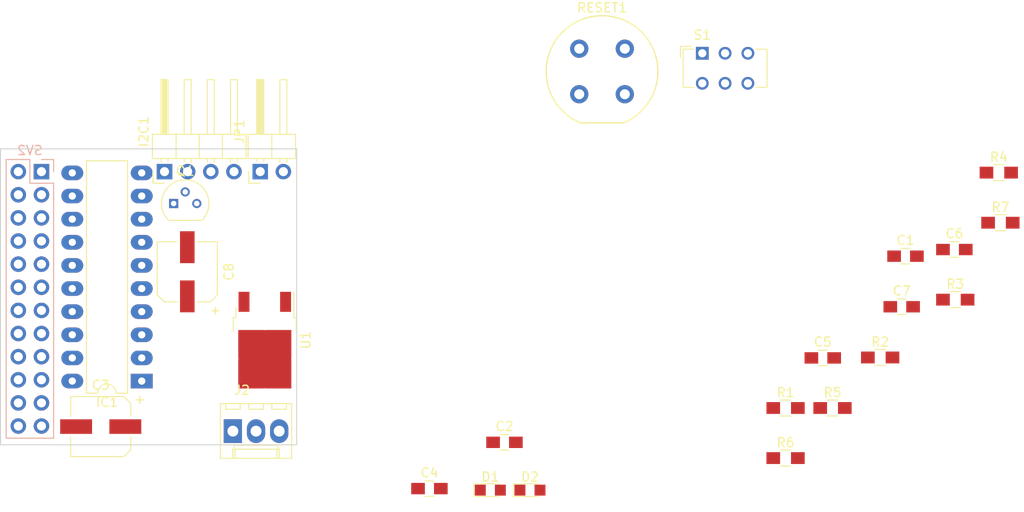
<source format=kicad_pcb>
(kicad_pcb (version 20170922) (host pcbnew "(2017-10-23 revision a562525)-master")

(general
  (thickness 1.6)
  (drawings 5)
  (tracks 0)
  (zones 0)
  (modules 26)
  (nets 46)
)

(page A4)
(layers
  (0 F.Cu signal)
  (31 B.Cu signal)
  (32 B.Adhes user)
  (33 F.Adhes user)
  (34 B.Paste user)
  (35 F.Paste user)
  (36 B.SilkS user)
  (37 F.SilkS user)
  (38 B.Mask user)
  (39 F.Mask user)
  (40 Dwgs.User user)
  (41 Cmts.User user)
  (42 Eco1.User user)
  (43 Eco2.User user)
  (44 Edge.Cuts user)
  (45 Margin user)
  (46 B.CrtYd user)
  (47 F.CrtYd user)
  (48 B.Fab user)
  (49 F.Fab user)
)


(setup
  (last_trace_width 0.25)
  (trace_clearance 0.2)
  (zone_clearance 0.508)
  (zone_45_only no)
  (trace_min 0.2)
  (segment_width 0.2)
  (edge_width 0.1)
  (via_size 0.8)
  (via_drill 0.4)
  (via_min_size 0.4)
  (via_min_drill 0.3)
  (uvia_size 0.3)
  (uvia_drill 0.1)
  (uvias_allowed no)
  (uvia_min_size 0.2)
  (uvia_min_drill 0.1)
  (pcb_text_width 0.3)
  (pcb_text_size 1.5 1.5)
  (mod_edge_width 0.15)
  (mod_text_size 1 1)
  (mod_text_width 0.15)
  (pad_size 1.5 1.5)
  (pad_drill 0.6)
  (pad_to_mask_clearance 0)
  (aux_axis_origin 40 152.5)
  (visible_elements FFFFFF7F)
  (pcbplotparams
    (layerselection 0x00030_ffffffff)
    (usegerberextensions false)
    (usegerberattributes true)
    (usegerberadvancedattributes true)
    (creategerberjobfile true)
    (excludeedgelayer true)
    (linewidth 0.100000)
    (plotframeref false)
    (viasonmask false)
    (mode 1)
    (useauxorigin false)
    (hpglpennumber 1)
    (hpglpenspeed 20)
    (hpglpendiameter 15)
    (psnegative false)
    (psa4output false)
    (plotreference true)
    (plotvalue true)
    (plotinvisibletext false)
    (padsonsilk false)
    (subtractmaskfromsilk false)
    (outputformat 1)
    (mirror false)
    (drillshape 1)
    (scaleselection 1)
    (outputdirectory ""))
)

(net 0 "")
(net 1 +5V)
(net 2 G)
(net 3 /3.3V)
(net 4 RST)
(net 5 "Net-(C6-Pad2)")
(net 6 "Net-(C7-Pad1)")
(net 7 "Net-(D1-Pad1)")
(net 8 "Net-(D1-Pad2)")
(net 9 HeartBeatMonitor)
(net 10 /SDA)
(net 11 /SCL)
(net 12 "Net-(IC1-Pad10)")
(net 13 "Net-(IC1-Pad19)")
(net 14 "Net-(IC1-Pad9)")
(net 15 "Net-(IC1-Pad18)")
(net 16 "Net-(IC1-Pad8)")
(net 17 "Net-(IC1-Pad17)")
(net 18 "Net-(IC1-Pad7)")
(net 19 "Net-(IC1-Pad6)")
(net 20 "Net-(IC1-Pad5)")
(net 21 "Net-(IC1-Pad4)")
(net 22 "Net-(IC1-Pad13)")
(net 23 "Net-(IC1-Pad3)")
(net 24 "Net-(IC1-Pad12)")
(net 25 "Net-(IC1-Pad2)")
(net 26 "Net-(IC1-Pad11)")
(net 27 "Net-(Q1-Pad3)")
(net 28 "Net-(R6-Pad1)")
(net 29 "Net-(R6-Pad2)")
(net 30 "Net-(RESET1-Pad3)")
(net 31 "Net-(S1-Pad3)")
(net 32 "Net-(SV2-Pad24)")
(net 33 "Net-(SV2-Pad23)")
(net 34 "Net-(SV2-Pad22)")
(net 35 "Net-(SV2-Pad21)")
(net 36 "Net-(SV2-Pad19)")
(net 37 "Net-(SV2-Pad17)")
(net 38 "Net-(SV2-Pad15)")
(net 39 "Net-(SV2-Pad13)")
(net 40 "Net-(SV2-Pad12)")
(net 41 "Net-(SV2-Pad11)")
(net 42 "Net-(SV2-Pad10)")
(net 43 "Net-(SV2-Pad8)")
(net 44 "Net-(SV2-Pad7)")
(net 45 "Net-(SV2-Pad4)")

(net_class Default "これは標準のネット クラスです。"
  (clearance 0.2)
  (trace_width 0.25)
  (via_dia 0.8)
  (via_drill 0.4)
  (uvia_dia 0.3)
  (uvia_drill 0.1)
  (add_net +5V)
  (add_net /3.3V)
  (add_net /SCL)
  (add_net /SDA)
  (add_net G)
  (add_net HeartBeatMonitor)
  (add_net "Net-(C6-Pad2)")
  (add_net "Net-(C7-Pad1)")
  (add_net "Net-(D1-Pad1)")
  (add_net "Net-(D1-Pad2)")
  (add_net "Net-(IC1-Pad10)")
  (add_net "Net-(IC1-Pad11)")
  (add_net "Net-(IC1-Pad12)")
  (add_net "Net-(IC1-Pad13)")
  (add_net "Net-(IC1-Pad17)")
  (add_net "Net-(IC1-Pad18)")
  (add_net "Net-(IC1-Pad19)")
  (add_net "Net-(IC1-Pad2)")
  (add_net "Net-(IC1-Pad3)")
  (add_net "Net-(IC1-Pad4)")
  (add_net "Net-(IC1-Pad5)")
  (add_net "Net-(IC1-Pad6)")
  (add_net "Net-(IC1-Pad7)")
  (add_net "Net-(IC1-Pad8)")
  (add_net "Net-(IC1-Pad9)")
  (add_net "Net-(Q1-Pad3)")
  (add_net "Net-(R6-Pad1)")
  (add_net "Net-(R6-Pad2)")
  (add_net "Net-(RESET1-Pad3)")
  (add_net "Net-(S1-Pad3)")
  (add_net "Net-(SV2-Pad10)")
  (add_net "Net-(SV2-Pad11)")
  (add_net "Net-(SV2-Pad12)")
  (add_net "Net-(SV2-Pad13)")
  (add_net "Net-(SV2-Pad15)")
  (add_net "Net-(SV2-Pad17)")
  (add_net "Net-(SV2-Pad19)")
  (add_net "Net-(SV2-Pad21)")
  (add_net "Net-(SV2-Pad22)")
  (add_net "Net-(SV2-Pad23)")
  (add_net "Net-(SV2-Pad24)")
  (add_net "Net-(SV2-Pad4)")
  (add_net "Net-(SV2-Pad7)")
  (add_net "Net-(SV2-Pad8)")
  (add_net RST)
)

(net_class PowerLine ""
  (clearance 0.2)
  (trace_width 1)
  (via_dia 1)
  (via_drill 0.8)
  (uvia_dia 0.3)
  (uvia_drill 0.1)
)

  (module Capacitors_SMD:C_0805_HandSoldering (layer F.Cu) (tedit 58AA84A8) (tstamp 5A05F3F2)
    (at 139.294048 131.787499)
    (descr "Capacitor SMD 0805, hand soldering")
    (tags "capacitor 0805")
    (path /5A039923)
    (attr smd)
    (fp_text reference C1 (at 0 -1.75) (layer F.SilkS)
      (effects (font (size 1 1) (thickness 0.15)))
    )
    (fp_text value 0.33μF (at 0 1.75) (layer F.Fab)
      (effects (font (size 1 1) (thickness 0.15)))
    )
    (fp_text user %R (at 0 -1.75) (layer F.Fab)
      (effects (font (size 1 1) (thickness 0.15)))
    )
    (fp_line (start -1 0.62) (end -1 -0.62) (layer F.Fab) (width 0.1))
    (fp_line (start 1 0.62) (end -1 0.62) (layer F.Fab) (width 0.1))
    (fp_line (start 1 -0.62) (end 1 0.62) (layer F.Fab) (width 0.1))
    (fp_line (start -1 -0.62) (end 1 -0.62) (layer F.Fab) (width 0.1))
    (fp_line (start 0.5 -0.85) (end -0.5 -0.85) (layer F.SilkS) (width 0.12))
    (fp_line (start -0.5 0.85) (end 0.5 0.85) (layer F.SilkS) (width 0.12))
    (fp_line (start -2.25 -0.88) (end 2.25 -0.88) (layer F.CrtYd) (width 0.05))
    (fp_line (start -2.25 -0.88) (end -2.25 0.87) (layer F.CrtYd) (width 0.05))
    (fp_line (start 2.25 0.87) (end 2.25 -0.88) (layer F.CrtYd) (width 0.05))
    (fp_line (start 2.25 0.87) (end -2.25 0.87) (layer F.CrtYd) (width 0.05))
    (pad 1 smd rect (at -1.25 0) (size 1.5 1.25) (layers F.Cu F.Paste F.Mask)
      (net 1 +5V))
    (pad 2 smd rect (at 1.25 0) (size 1.5 1.25) (layers F.Cu F.Paste F.Mask)
      (net 2 G))
    (model Capacitors_SMD.3dshapes/C_0805.wrl
      (at (xyz 0 0 0))
      (scale (xyz 1 1 1))
      (rotate (xyz 0 0 0))
    )
  )

  (module Capacitors_SMD:C_0805_HandSoldering (layer F.Cu) (tedit 58AA84A8) (tstamp 5A05F403)
    (at 95.297382 152.227499)
    (descr "Capacitor SMD 0805, hand soldering")
    (tags "capacitor 0805")
    (path /5A0373A9)
    (attr smd)
    (fp_text reference C2 (at 0 -1.75) (layer F.SilkS)
      (effects (font (size 1 1) (thickness 0.15)))
    )
    (fp_text value "1nF(102)" (at 0 1.75) (layer F.Fab)
      (effects (font (size 1 1) (thickness 0.15)))
    )
    (fp_line (start 2.25 0.87) (end -2.25 0.87) (layer F.CrtYd) (width 0.05))
    (fp_line (start 2.25 0.87) (end 2.25 -0.88) (layer F.CrtYd) (width 0.05))
    (fp_line (start -2.25 -0.88) (end -2.25 0.87) (layer F.CrtYd) (width 0.05))
    (fp_line (start -2.25 -0.88) (end 2.25 -0.88) (layer F.CrtYd) (width 0.05))
    (fp_line (start -0.5 0.85) (end 0.5 0.85) (layer F.SilkS) (width 0.12))
    (fp_line (start 0.5 -0.85) (end -0.5 -0.85) (layer F.SilkS) (width 0.12))
    (fp_line (start -1 -0.62) (end 1 -0.62) (layer F.Fab) (width 0.1))
    (fp_line (start 1 -0.62) (end 1 0.62) (layer F.Fab) (width 0.1))
    (fp_line (start 1 0.62) (end -1 0.62) (layer F.Fab) (width 0.1))
    (fp_line (start -1 0.62) (end -1 -0.62) (layer F.Fab) (width 0.1))
    (fp_text user %R (at 0 -1.75) (layer F.Fab)
      (effects (font (size 1 1) (thickness 0.15)))
    )
    (pad 2 smd rect (at 1.25 0) (size 1.5 1.25) (layers F.Cu F.Paste F.Mask)
      (net 2 G))
    (pad 1 smd rect (at -1.25 0) (size 1.5 1.25) (layers F.Cu F.Paste F.Mask)
      (net 3 /3.3V))
    (model Capacitors_SMD.3dshapes/C_0805.wrl
      (at (xyz 0 0 0))
      (scale (xyz 1 1 1))
      (rotate (xyz 0 0 0))
    )
  )

  (module Capacitors_SMD:CP_Elec_6.3x5.3 (layer F.Cu) (tedit 58AA8B2D) (tstamp 5A05F41F)
    (at 51 150.5 180)
    (descr "SMT capacitor, aluminium electrolytic, 6.3x5.3")
    (path /5A0380E0)
    (attr smd)
    (fp_text reference C3 (at 0 4.56 180) (layer F.SilkS)
      (effects (font (size 1 1) (thickness 0.15)))
    )
    (fp_text value "47μF 16V" (at 0 -4.56 180) (layer F.Fab)
      (effects (font (size 1 1) (thickness 0.15)))
    )
    (fp_line (start 4.7 3.4) (end -4.7 3.4) (layer F.CrtYd) (width 0.05))
    (fp_line (start 4.7 3.4) (end 4.7 -3.4) (layer F.CrtYd) (width 0.05))
    (fp_line (start -4.7 -3.4) (end -4.7 3.4) (layer F.CrtYd) (width 0.05))
    (fp_line (start -4.7 -3.4) (end 4.7 -3.4) (layer F.CrtYd) (width 0.05))
    (fp_line (start -2.54 -3.3) (end 3.3 -3.3) (layer F.SilkS) (width 0.12))
    (fp_line (start -3.3 -2.54) (end -2.54 -3.3) (layer F.SilkS) (width 0.12))
    (fp_line (start -2.54 3.3) (end -3.3 2.54) (layer F.SilkS) (width 0.12))
    (fp_line (start 3.3 3.3) (end -2.54 3.3) (layer F.SilkS) (width 0.12))
    (fp_line (start -3.3 -2.54) (end -3.3 -1.12) (layer F.SilkS) (width 0.12))
    (fp_line (start -3.3 2.54) (end -3.3 1.12) (layer F.SilkS) (width 0.12))
    (fp_line (start 3.3 -3.3) (end 3.3 -1.12) (layer F.SilkS) (width 0.12))
    (fp_line (start 3.3 3.3) (end 3.3 1.12) (layer F.SilkS) (width 0.12))
    (fp_line (start 3.15 -3.15) (end -2.48 -3.15) (layer F.Fab) (width 0.1))
    (fp_line (start -2.48 -3.15) (end -3.15 -2.48) (layer F.Fab) (width 0.1))
    (fp_line (start -3.15 -2.48) (end -3.15 2.48) (layer F.Fab) (width 0.1))
    (fp_line (start -3.15 2.48) (end -2.48 3.15) (layer F.Fab) (width 0.1))
    (fp_line (start -2.48 3.15) (end 3.15 3.15) (layer F.Fab) (width 0.1))
    (fp_line (start 3.15 3.15) (end 3.15 -3.15) (layer F.Fab) (width 0.1))
    (fp_text user %R (at 0 4.56 180) (layer F.Fab)
      (effects (font (size 1 1) (thickness 0.15)))
    )
    (fp_text user + (at -4.28 3.01 180) (layer F.SilkS)
      (effects (font (size 1 1) (thickness 0.15)))
    )
    (fp_text user + (at -1.75 -0.08 180) (layer F.Fab)
      (effects (font (size 1 1) (thickness 0.15)))
    )
    (fp_circle (center 0 0) (end 0.6 3) (layer F.Fab) (width 0.1))
    (pad 2 smd rect (at 2.7 0) (size 3.5 1.6) (layers F.Cu F.Paste F.Mask)
      (net 2 G))
    (pad 1 smd rect (at -2.7 0) (size 3.5 1.6) (layers F.Cu F.Paste F.Mask)
      (net 3 /3.3V))
    (model Capacitors_SMD.3dshapes/CP_Elec_6.3x5.3.wrl
      (at (xyz 0 0 0))
      (scale (xyz 1 1 1))
      (rotate (xyz 0 0 180))
    )
  )

  (module Capacitors_SMD:C_0805_HandSoldering (layer F.Cu) (tedit 58AA84A8) (tstamp 5A05F430)
    (at 87.063096 157.307499)
    (descr "Capacitor SMD 0805, hand soldering")
    (tags "capacitor 0805")
    (path /5A039D08)
    (attr smd)
    (fp_text reference C4 (at 0 -1.75) (layer F.SilkS)
      (effects (font (size 1 1) (thickness 0.15)))
    )
    (fp_text value "0.1μF(104)" (at 0 1.75) (layer F.Fab)
      (effects (font (size 1 1) (thickness 0.15)))
    )
    (fp_line (start 2.25 0.87) (end -2.25 0.87) (layer F.CrtYd) (width 0.05))
    (fp_line (start 2.25 0.87) (end 2.25 -0.88) (layer F.CrtYd) (width 0.05))
    (fp_line (start -2.25 -0.88) (end -2.25 0.87) (layer F.CrtYd) (width 0.05))
    (fp_line (start -2.25 -0.88) (end 2.25 -0.88) (layer F.CrtYd) (width 0.05))
    (fp_line (start -0.5 0.85) (end 0.5 0.85) (layer F.SilkS) (width 0.12))
    (fp_line (start 0.5 -0.85) (end -0.5 -0.85) (layer F.SilkS) (width 0.12))
    (fp_line (start -1 -0.62) (end 1 -0.62) (layer F.Fab) (width 0.1))
    (fp_line (start 1 -0.62) (end 1 0.62) (layer F.Fab) (width 0.1))
    (fp_line (start 1 0.62) (end -1 0.62) (layer F.Fab) (width 0.1))
    (fp_line (start -1 0.62) (end -1 -0.62) (layer F.Fab) (width 0.1))
    (fp_text user %R (at 0 -1.75) (layer F.Fab)
      (effects (font (size 1 1) (thickness 0.15)))
    )
    (pad 2 smd rect (at 1.25 0) (size 1.5 1.25) (layers F.Cu F.Paste F.Mask)
      (net 2 G))
    (pad 1 smd rect (at -1.25 0) (size 1.5 1.25) (layers F.Cu F.Paste F.Mask)
      (net 3 /3.3V))
    (model Capacitors_SMD.3dshapes/C_0805.wrl
      (at (xyz 0 0 0))
      (scale (xyz 1 1 1))
      (rotate (xyz 0 0 0))
    )
  )

  (module Capacitors_SMD:C_0805_HandSoldering (layer F.Cu) (tedit 58AA84A8) (tstamp 5A05F441)
    (at 130.217382 142.957499)
    (descr "Capacitor SMD 0805, hand soldering")
    (tags "capacitor 0805")
    (path /5A03728B)
    (attr smd)
    (fp_text reference C5 (at 0 -1.75) (layer F.SilkS)
      (effects (font (size 1 1) (thickness 0.15)))
    )
    (fp_text value "1nF(102)" (at 0 1.75) (layer F.Fab)
      (effects (font (size 1 1) (thickness 0.15)))
    )
    (fp_text user %R (at 0 -1.75) (layer F.Fab)
      (effects (font (size 1 1) (thickness 0.15)))
    )
    (fp_line (start -1 0.62) (end -1 -0.62) (layer F.Fab) (width 0.1))
    (fp_line (start 1 0.62) (end -1 0.62) (layer F.Fab) (width 0.1))
    (fp_line (start 1 -0.62) (end 1 0.62) (layer F.Fab) (width 0.1))
    (fp_line (start -1 -0.62) (end 1 -0.62) (layer F.Fab) (width 0.1))
    (fp_line (start 0.5 -0.85) (end -0.5 -0.85) (layer F.SilkS) (width 0.12))
    (fp_line (start -0.5 0.85) (end 0.5 0.85) (layer F.SilkS) (width 0.12))
    (fp_line (start -2.25 -0.88) (end 2.25 -0.88) (layer F.CrtYd) (width 0.05))
    (fp_line (start -2.25 -0.88) (end -2.25 0.87) (layer F.CrtYd) (width 0.05))
    (fp_line (start 2.25 0.87) (end 2.25 -0.88) (layer F.CrtYd) (width 0.05))
    (fp_line (start 2.25 0.87) (end -2.25 0.87) (layer F.CrtYd) (width 0.05))
    (pad 1 smd rect (at -1.25 0) (size 1.5 1.25) (layers F.Cu F.Paste F.Mask)
      (net 4 RST))
    (pad 2 smd rect (at 1.25 0) (size 1.5 1.25) (layers F.Cu F.Paste F.Mask)
      (net 2 G))
    (model Capacitors_SMD.3dshapes/C_0805.wrl
      (at (xyz 0 0 0))
      (scale (xyz 1 1 1))
      (rotate (xyz 0 0 0))
    )
  )

  (module Capacitors_SMD:C_0805_HandSoldering (layer F.Cu) (tedit 58AA84A8) (tstamp 5A05F452)
    (at 144.655002 131.057499)
    (descr "Capacitor SMD 0805, hand soldering")
    (tags "capacitor 0805")
    (path /5A034B68)
    (attr smd)
    (fp_text reference C6 (at 0 -1.75) (layer F.SilkS)
      (effects (font (size 1 1) (thickness 0.15)))
    )
    (fp_text value 0.1μF (at 0 1.75) (layer F.Fab)
      (effects (font (size 1 1) (thickness 0.15)))
    )
    (fp_line (start 2.25 0.87) (end -2.25 0.87) (layer F.CrtYd) (width 0.05))
    (fp_line (start 2.25 0.87) (end 2.25 -0.88) (layer F.CrtYd) (width 0.05))
    (fp_line (start -2.25 -0.88) (end -2.25 0.87) (layer F.CrtYd) (width 0.05))
    (fp_line (start -2.25 -0.88) (end 2.25 -0.88) (layer F.CrtYd) (width 0.05))
    (fp_line (start -0.5 0.85) (end 0.5 0.85) (layer F.SilkS) (width 0.12))
    (fp_line (start 0.5 -0.85) (end -0.5 -0.85) (layer F.SilkS) (width 0.12))
    (fp_line (start -1 -0.62) (end 1 -0.62) (layer F.Fab) (width 0.1))
    (fp_line (start 1 -0.62) (end 1 0.62) (layer F.Fab) (width 0.1))
    (fp_line (start 1 0.62) (end -1 0.62) (layer F.Fab) (width 0.1))
    (fp_line (start -1 0.62) (end -1 -0.62) (layer F.Fab) (width 0.1))
    (fp_text user %R (at 0 -1.75) (layer F.Fab)
      (effects (font (size 1 1) (thickness 0.15)))
    )
    (pad 2 smd rect (at 1.25 0) (size 1.5 1.25) (layers F.Cu F.Paste F.Mask)
      (net 5 "Net-(C6-Pad2)"))
    (pad 1 smd rect (at -1.25 0) (size 1.5 1.25) (layers F.Cu F.Paste F.Mask)
      (net 1 +5V))
    (model Capacitors_SMD.3dshapes/C_0805.wrl
      (at (xyz 0 0 0))
      (scale (xyz 1 1 1))
      (rotate (xyz 0 0 0))
    )
  )

  (module Capacitors_SMD:C_0805_HandSoldering (layer F.Cu) (tedit 58AA84A8) (tstamp 5A05F463)
    (at 138.875002 137.337499)
    (descr "Capacitor SMD 0805, hand soldering")
    (tags "capacitor 0805")
    (path /5A03AE37)
    (attr smd)
    (fp_text reference C7 (at 0 -1.75) (layer F.SilkS)
      (effects (font (size 1 1) (thickness 0.15)))
    )
    (fp_text value 0.1μF (at 0 1.75) (layer F.Fab)
      (effects (font (size 1 1) (thickness 0.15)))
    )
    (fp_text user %R (at 0 -1.75) (layer F.Fab)
      (effects (font (size 1 1) (thickness 0.15)))
    )
    (fp_line (start -1 0.62) (end -1 -0.62) (layer F.Fab) (width 0.1))
    (fp_line (start 1 0.62) (end -1 0.62) (layer F.Fab) (width 0.1))
    (fp_line (start 1 -0.62) (end 1 0.62) (layer F.Fab) (width 0.1))
    (fp_line (start -1 -0.62) (end 1 -0.62) (layer F.Fab) (width 0.1))
    (fp_line (start 0.5 -0.85) (end -0.5 -0.85) (layer F.SilkS) (width 0.12))
    (fp_line (start -0.5 0.85) (end 0.5 0.85) (layer F.SilkS) (width 0.12))
    (fp_line (start -2.25 -0.88) (end 2.25 -0.88) (layer F.CrtYd) (width 0.05))
    (fp_line (start -2.25 -0.88) (end -2.25 0.87) (layer F.CrtYd) (width 0.05))
    (fp_line (start 2.25 0.87) (end 2.25 -0.88) (layer F.CrtYd) (width 0.05))
    (fp_line (start 2.25 0.87) (end -2.25 0.87) (layer F.CrtYd) (width 0.05))
    (pad 1 smd rect (at -1.25 0) (size 1.5 1.25) (layers F.Cu F.Paste F.Mask)
      (net 6 "Net-(C7-Pad1)"))
    (pad 2 smd rect (at 1.25 0) (size 1.5 1.25) (layers F.Cu F.Paste F.Mask)
      (net 2 G))
    (model Capacitors_SMD.3dshapes/C_0805.wrl
      (at (xyz 0 0 0))
      (scale (xyz 1 1 1))
      (rotate (xyz 0 0 0))
    )
  )

  (module Capacitors_SMD:CP_Elec_6.3x5.3 (layer F.Cu) (tedit 58AA8B2D) (tstamp 5A05F47F)
    (at 60.5 133.5 90)
    (descr "SMT capacitor, aluminium electrolytic, 6.3x5.3")
    (path /5A03AD92)
    (attr smd)
    (fp_text reference C8 (at 0 4.56 90) (layer F.SilkS)
      (effects (font (size 1 1) (thickness 0.15)))
    )
    (fp_text value "47μF 16V" (at 0 -4.56 90) (layer F.Fab)
      (effects (font (size 1 1) (thickness 0.15)))
    )
    (fp_circle (center 0 0) (end 0.6 3) (layer F.Fab) (width 0.1))
    (fp_text user + (at -1.75 -0.08 90) (layer F.Fab)
      (effects (font (size 1 1) (thickness 0.15)))
    )
    (fp_text user + (at -4.28 3.01 90) (layer F.SilkS)
      (effects (font (size 1 1) (thickness 0.15)))
    )
    (fp_text user %R (at 0 4.56 90) (layer F.Fab)
      (effects (font (size 1 1) (thickness 0.15)))
    )
    (fp_line (start 3.15 3.15) (end 3.15 -3.15) (layer F.Fab) (width 0.1))
    (fp_line (start -2.48 3.15) (end 3.15 3.15) (layer F.Fab) (width 0.1))
    (fp_line (start -3.15 2.48) (end -2.48 3.15) (layer F.Fab) (width 0.1))
    (fp_line (start -3.15 -2.48) (end -3.15 2.48) (layer F.Fab) (width 0.1))
    (fp_line (start -2.48 -3.15) (end -3.15 -2.48) (layer F.Fab) (width 0.1))
    (fp_line (start 3.15 -3.15) (end -2.48 -3.15) (layer F.Fab) (width 0.1))
    (fp_line (start 3.3 3.3) (end 3.3 1.12) (layer F.SilkS) (width 0.12))
    (fp_line (start 3.3 -3.3) (end 3.3 -1.12) (layer F.SilkS) (width 0.12))
    (fp_line (start -3.3 2.54) (end -3.3 1.12) (layer F.SilkS) (width 0.12))
    (fp_line (start -3.3 -2.54) (end -3.3 -1.12) (layer F.SilkS) (width 0.12))
    (fp_line (start 3.3 3.3) (end -2.54 3.3) (layer F.SilkS) (width 0.12))
    (fp_line (start -2.54 3.3) (end -3.3 2.54) (layer F.SilkS) (width 0.12))
    (fp_line (start -3.3 -2.54) (end -2.54 -3.3) (layer F.SilkS) (width 0.12))
    (fp_line (start -2.54 -3.3) (end 3.3 -3.3) (layer F.SilkS) (width 0.12))
    (fp_line (start -4.7 -3.4) (end 4.7 -3.4) (layer F.CrtYd) (width 0.05))
    (fp_line (start -4.7 -3.4) (end -4.7 3.4) (layer F.CrtYd) (width 0.05))
    (fp_line (start 4.7 3.4) (end 4.7 -3.4) (layer F.CrtYd) (width 0.05))
    (fp_line (start 4.7 3.4) (end -4.7 3.4) (layer F.CrtYd) (width 0.05))
    (pad 1 smd rect (at -2.7 0 270) (size 3.5 1.6) (layers F.Cu F.Paste F.Mask)
      (net 6 "Net-(C7-Pad1)"))
    (pad 2 smd rect (at 2.7 0 270) (size 3.5 1.6) (layers F.Cu F.Paste F.Mask)
      (net 2 G))
    (model Capacitors_SMD.3dshapes/CP_Elec_6.3x5.3.wrl
      (at (xyz 0 0 0))
      (scale (xyz 1 1 1))
      (rotate (xyz 0 0 180))
    )
  )

  (module LEDs:LED_0805 (layer F.Cu) (tedit 59959803) (tstamp 5A05F495)
    (at 93.745002 157.477499)
    (descr "LED 0805 smd package")
    (tags "LED led 0805 SMD smd SMT smt smdled SMDLED smtled SMTLED")
    (path /5A036FDB)
    (attr smd)
    (fp_text reference D1 (at 0 -1.45) (layer F.SilkS)
      (effects (font (size 1 1) (thickness 0.15)))
    )
    (fp_text value LED (at 0 1.55) (layer F.Fab)
      (effects (font (size 1 1) (thickness 0.15)))
    )
    (fp_text user %R (at 0 -1.25) (layer F.Fab)
      (effects (font (size 0.4 0.4) (thickness 0.1)))
    )
    (fp_line (start -1.95 -0.85) (end 1.95 -0.85) (layer F.CrtYd) (width 0.05))
    (fp_line (start -1.95 0.85) (end -1.95 -0.85) (layer F.CrtYd) (width 0.05))
    (fp_line (start 1.95 0.85) (end -1.95 0.85) (layer F.CrtYd) (width 0.05))
    (fp_line (start 1.95 -0.85) (end 1.95 0.85) (layer F.CrtYd) (width 0.05))
    (fp_line (start -1.8 -0.7) (end 1 -0.7) (layer F.SilkS) (width 0.12))
    (fp_line (start -1.8 0.7) (end 1 0.7) (layer F.SilkS) (width 0.12))
    (fp_line (start -1 0.6) (end -1 -0.6) (layer F.Fab) (width 0.1))
    (fp_line (start -1 -0.6) (end 1 -0.6) (layer F.Fab) (width 0.1))
    (fp_line (start 1 -0.6) (end 1 0.6) (layer F.Fab) (width 0.1))
    (fp_line (start 1 0.6) (end -1 0.6) (layer F.Fab) (width 0.1))
    (fp_line (start 0.2 -0.4) (end 0.2 0.4) (layer F.Fab) (width 0.1))
    (fp_line (start 0.2 0.4) (end -0.4 0) (layer F.Fab) (width 0.1))
    (fp_line (start -0.4 0) (end 0.2 -0.4) (layer F.Fab) (width 0.1))
    (fp_line (start -0.4 -0.4) (end -0.4 0.4) (layer F.Fab) (width 0.1))
    (fp_line (start -1.8 -0.7) (end -1.8 0.7) (layer F.SilkS) (width 0.12))
    (pad 1 smd rect (at -1.1 0 180) (size 1.2 1.2) (layers F.Cu F.Paste F.Mask)
      (net 7 "Net-(D1-Pad1)"))
    (pad 2 smd rect (at 1.1 0 180) (size 1.2 1.2) (layers F.Cu F.Paste F.Mask)
      (net 8 "Net-(D1-Pad2)"))
    (model ${KISYS3DMOD}/LEDs.3dshapes/LED_0805.wrl
      (at (xyz 0 0 0))
      (scale (xyz 1 1 1))
      (rotate (xyz 0 0 180))
    )
  )

  (module LEDs:LED_0805 (layer F.Cu) (tedit 59959803) (tstamp 5A05F4AB)
    (at 98.095002 157.477499)
    (descr "LED 0805 smd package")
    (tags "LED led 0805 SMD smd SMT smt smdled SMDLED smtled SMTLED")
    (path /5A03CA07)
    (attr smd)
    (fp_text reference D2 (at 0 -1.45) (layer F.SilkS)
      (effects (font (size 1 1) (thickness 0.15)))
    )
    (fp_text value LED (at 0 1.55) (layer F.Fab)
      (effects (font (size 1 1) (thickness 0.15)))
    )
    (fp_line (start -1.8 -0.7) (end -1.8 0.7) (layer F.SilkS) (width 0.12))
    (fp_line (start -0.4 -0.4) (end -0.4 0.4) (layer F.Fab) (width 0.1))
    (fp_line (start -0.4 0) (end 0.2 -0.4) (layer F.Fab) (width 0.1))
    (fp_line (start 0.2 0.4) (end -0.4 0) (layer F.Fab) (width 0.1))
    (fp_line (start 0.2 -0.4) (end 0.2 0.4) (layer F.Fab) (width 0.1))
    (fp_line (start 1 0.6) (end -1 0.6) (layer F.Fab) (width 0.1))
    (fp_line (start 1 -0.6) (end 1 0.6) (layer F.Fab) (width 0.1))
    (fp_line (start -1 -0.6) (end 1 -0.6) (layer F.Fab) (width 0.1))
    (fp_line (start -1 0.6) (end -1 -0.6) (layer F.Fab) (width 0.1))
    (fp_line (start -1.8 0.7) (end 1 0.7) (layer F.SilkS) (width 0.12))
    (fp_line (start -1.8 -0.7) (end 1 -0.7) (layer F.SilkS) (width 0.12))
    (fp_line (start 1.95 -0.85) (end 1.95 0.85) (layer F.CrtYd) (width 0.05))
    (fp_line (start 1.95 0.85) (end -1.95 0.85) (layer F.CrtYd) (width 0.05))
    (fp_line (start -1.95 0.85) (end -1.95 -0.85) (layer F.CrtYd) (width 0.05))
    (fp_line (start -1.95 -0.85) (end 1.95 -0.85) (layer F.CrtYd) (width 0.05))
    (fp_text user %R (at 0 -1.25) (layer F.Fab)
      (effects (font (size 0.4 0.4) (thickness 0.1)))
    )
    (pad 2 smd rect (at 1.1 0 180) (size 1.2 1.2) (layers F.Cu F.Paste F.Mask)
      (net 9 HeartBeatMonitor))
    (pad 1 smd rect (at -1.1 0 180) (size 1.2 1.2) (layers F.Cu F.Paste F.Mask)
      (net 2 G))
    (model ${KISYS3DMOD}/LEDs.3dshapes/LED_0805.wrl
      (at (xyz 0 0 0))
      (scale (xyz 1 1 1))
      (rotate (xyz 0 0 180))
    )
  )

  (module Pin_Headers:Pin_Header_Angled_1x04_Pitch2.54mm (layer F.Cu) (tedit 59650532) (tstamp 5A05F4F8)
    (at 58 122.5 90)
    (descr "Through hole angled pin header, 1x04, 2.54mm pitch, 6mm pin length, single row")
    (tags "Through hole angled pin header THT 1x04 2.54mm single row")
    (path /5E67F908D584A151)
    (fp_text reference I2C1 (at 4.385 -2.27 90) (layer F.SilkS)
      (effects (font (size 1 1) (thickness 0.15)))
    )
    (fp_text value PINHD-1X4 (at 4.385 9.89 90) (layer F.Fab)
      (effects (font (size 1 1) (thickness 0.15)))
    )
    (fp_text user %R (at 2.77 3.81 180) (layer F.Fab)
      (effects (font (size 1 1) (thickness 0.15)))
    )
    (fp_line (start 10.55 -1.8) (end -1.8 -1.8) (layer F.CrtYd) (width 0.05))
    (fp_line (start 10.55 9.4) (end 10.55 -1.8) (layer F.CrtYd) (width 0.05))
    (fp_line (start -1.8 9.4) (end 10.55 9.4) (layer F.CrtYd) (width 0.05))
    (fp_line (start -1.8 -1.8) (end -1.8 9.4) (layer F.CrtYd) (width 0.05))
    (fp_line (start -1.27 -1.27) (end 0 -1.27) (layer F.SilkS) (width 0.12))
    (fp_line (start -1.27 0) (end -1.27 -1.27) (layer F.SilkS) (width 0.12))
    (fp_line (start 1.042929 8) (end 1.44 8) (layer F.SilkS) (width 0.12))
    (fp_line (start 1.042929 7.24) (end 1.44 7.24) (layer F.SilkS) (width 0.12))
    (fp_line (start 10.1 8) (end 4.1 8) (layer F.SilkS) (width 0.12))
    (fp_line (start 10.1 7.24) (end 10.1 8) (layer F.SilkS) (width 0.12))
    (fp_line (start 4.1 7.24) (end 10.1 7.24) (layer F.SilkS) (width 0.12))
    (fp_line (start 1.44 6.35) (end 4.1 6.35) (layer F.SilkS) (width 0.12))
    (fp_line (start 1.042929 5.46) (end 1.44 5.46) (layer F.SilkS) (width 0.12))
    (fp_line (start 1.042929 4.7) (end 1.44 4.7) (layer F.SilkS) (width 0.12))
    (fp_line (start 10.1 5.46) (end 4.1 5.46) (layer F.SilkS) (width 0.12))
    (fp_line (start 10.1 4.7) (end 10.1 5.46) (layer F.SilkS) (width 0.12))
    (fp_line (start 4.1 4.7) (end 10.1 4.7) (layer F.SilkS) (width 0.12))
    (fp_line (start 1.44 3.81) (end 4.1 3.81) (layer F.SilkS) (width 0.12))
    (fp_line (start 1.042929 2.92) (end 1.44 2.92) (layer F.SilkS) (width 0.12))
    (fp_line (start 1.042929 2.16) (end 1.44 2.16) (layer F.SilkS) (width 0.12))
    (fp_line (start 10.1 2.92) (end 4.1 2.92) (layer F.SilkS) (width 0.12))
    (fp_line (start 10.1 2.16) (end 10.1 2.92) (layer F.SilkS) (width 0.12))
    (fp_line (start 4.1 2.16) (end 10.1 2.16) (layer F.SilkS) (width 0.12))
    (fp_line (start 1.44 1.27) (end 4.1 1.27) (layer F.SilkS) (width 0.12))
    (fp_line (start 1.11 0.38) (end 1.44 0.38) (layer F.SilkS) (width 0.12))
    (fp_line (start 1.11 -0.38) (end 1.44 -0.38) (layer F.SilkS) (width 0.12))
    (fp_line (start 4.1 0.28) (end 10.1 0.28) (layer F.SilkS) (width 0.12))
    (fp_line (start 4.1 0.16) (end 10.1 0.16) (layer F.SilkS) (width 0.12))
    (fp_line (start 4.1 0.04) (end 10.1 0.04) (layer F.SilkS) (width 0.12))
    (fp_line (start 4.1 -0.08) (end 10.1 -0.08) (layer F.SilkS) (width 0.12))
    (fp_line (start 4.1 -0.2) (end 10.1 -0.2) (layer F.SilkS) (width 0.12))
    (fp_line (start 4.1 -0.32) (end 10.1 -0.32) (layer F.SilkS) (width 0.12))
    (fp_line (start 10.1 0.38) (end 4.1 0.38) (layer F.SilkS) (width 0.12))
    (fp_line (start 10.1 -0.38) (end 10.1 0.38) (layer F.SilkS) (width 0.12))
    (fp_line (start 4.1 -0.38) (end 10.1 -0.38) (layer F.SilkS) (width 0.12))
    (fp_line (start 4.1 -1.33) (end 1.44 -1.33) (layer F.SilkS) (width 0.12))
    (fp_line (start 4.1 8.95) (end 4.1 -1.33) (layer F.SilkS) (width 0.12))
    (fp_line (start 1.44 8.95) (end 4.1 8.95) (layer F.SilkS) (width 0.12))
    (fp_line (start 1.44 -1.33) (end 1.44 8.95) (layer F.SilkS) (width 0.12))
    (fp_line (start 4.04 7.94) (end 10.04 7.94) (layer F.Fab) (width 0.1))
    (fp_line (start 10.04 7.3) (end 10.04 7.94) (layer F.Fab) (width 0.1))
    (fp_line (start 4.04 7.3) (end 10.04 7.3) (layer F.Fab) (width 0.1))
    (fp_line (start -0.32 7.94) (end 1.5 7.94) (layer F.Fab) (width 0.1))
    (fp_line (start -0.32 7.3) (end -0.32 7.94) (layer F.Fab) (width 0.1))
    (fp_line (start -0.32 7.3) (end 1.5 7.3) (layer F.Fab) (width 0.1))
    (fp_line (start 4.04 5.4) (end 10.04 5.4) (layer F.Fab) (width 0.1))
    (fp_line (start 10.04 4.76) (end 10.04 5.4) (layer F.Fab) (width 0.1))
    (fp_line (start 4.04 4.76) (end 10.04 4.76) (layer F.Fab) (width 0.1))
    (fp_line (start -0.32 5.4) (end 1.5 5.4) (layer F.Fab) (width 0.1))
    (fp_line (start -0.32 4.76) (end -0.32 5.4) (layer F.Fab) (width 0.1))
    (fp_line (start -0.32 4.76) (end 1.5 4.76) (layer F.Fab) (width 0.1))
    (fp_line (start 4.04 2.86) (end 10.04 2.86) (layer F.Fab) (width 0.1))
    (fp_line (start 10.04 2.22) (end 10.04 2.86) (layer F.Fab) (width 0.1))
    (fp_line (start 4.04 2.22) (end 10.04 2.22) (layer F.Fab) (width 0.1))
    (fp_line (start -0.32 2.86) (end 1.5 2.86) (layer F.Fab) (width 0.1))
    (fp_line (start -0.32 2.22) (end -0.32 2.86) (layer F.Fab) (width 0.1))
    (fp_line (start -0.32 2.22) (end 1.5 2.22) (layer F.Fab) (width 0.1))
    (fp_line (start 4.04 0.32) (end 10.04 0.32) (layer F.Fab) (width 0.1))
    (fp_line (start 10.04 -0.32) (end 10.04 0.32) (layer F.Fab) (width 0.1))
    (fp_line (start 4.04 -0.32) (end 10.04 -0.32) (layer F.Fab) (width 0.1))
    (fp_line (start -0.32 0.32) (end 1.5 0.32) (layer F.Fab) (width 0.1))
    (fp_line (start -0.32 -0.32) (end -0.32 0.32) (layer F.Fab) (width 0.1))
    (fp_line (start -0.32 -0.32) (end 1.5 -0.32) (layer F.Fab) (width 0.1))
    (fp_line (start 1.5 -0.635) (end 2.135 -1.27) (layer F.Fab) (width 0.1))
    (fp_line (start 1.5 8.89) (end 1.5 -0.635) (layer F.Fab) (width 0.1))
    (fp_line (start 4.04 8.89) (end 1.5 8.89) (layer F.Fab) (width 0.1))
    (fp_line (start 4.04 -1.27) (end 4.04 8.89) (layer F.Fab) (width 0.1))
    (fp_line (start 2.135 -1.27) (end 4.04 -1.27) (layer F.Fab) (width 0.1))
    (pad 4 thru_hole oval (at 0 7.62 90) (size 1.7 1.7) (drill 1) (layers *.Cu *.Mask)
      (net 10 /SDA))
    (pad 3 thru_hole oval (at 0 5.08 90) (size 1.7 1.7) (drill 1) (layers *.Cu *.Mask)
      (net 11 /SCL))
    (pad 2 thru_hole oval (at 0 2.54 90) (size 1.7 1.7) (drill 1) (layers *.Cu *.Mask)
      (net 2 G))
    (pad 1 thru_hole rect (at 0 0 90) (size 1.7 1.7) (drill 1) (layers *.Cu *.Mask)
      (net 3 /3.3V))
    (model ${KISYS3DMOD}/Pin_Headers.3dshapes/Pin_Header_Angled_1x04_Pitch2.54mm.wrl
      (at (xyz 0 0 0))
      (scale (xyz 1 1 1))
      (rotate (xyz 0 0 0))
    )
  )

  (module Housings_DIP:DIP-20_W7.62mm_LongPads (layer F.Cu) (tedit 59C78D6B) (tstamp 5A05F520)
    (at 55.5 145.5 180)
    (descr "20-lead though-hole mounted DIP package, row spacing 7.62 mm (300 mils), LongPads")
    (tags "THT DIP DIL PDIP 2.54mm 7.62mm 300mil LongPads")
    (path /9C5A519C6241EB34)
    (fp_text reference IC1 (at 3.81 -2.33 180) (layer F.SilkS)
      (effects (font (size 1 1) (thickness 0.15)))
    )
    (fp_text value MSP430G2553 (at 3.81 25.19 180) (layer F.Fab)
      (effects (font (size 1 1) (thickness 0.15)))
    )
    (fp_text user %R (at 3.81 11.43 180) (layer F.Fab)
      (effects (font (size 1 1) (thickness 0.15)))
    )
    (fp_line (start 9.1 -1.55) (end -1.45 -1.55) (layer F.CrtYd) (width 0.05))
    (fp_line (start 9.1 24.4) (end 9.1 -1.55) (layer F.CrtYd) (width 0.05))
    (fp_line (start -1.45 24.4) (end 9.1 24.4) (layer F.CrtYd) (width 0.05))
    (fp_line (start -1.45 -1.55) (end -1.45 24.4) (layer F.CrtYd) (width 0.05))
    (fp_line (start 6.06 -1.33) (end 4.81 -1.33) (layer F.SilkS) (width 0.12))
    (fp_line (start 6.06 24.19) (end 6.06 -1.33) (layer F.SilkS) (width 0.12))
    (fp_line (start 1.56 24.19) (end 6.06 24.19) (layer F.SilkS) (width 0.12))
    (fp_line (start 1.56 -1.33) (end 1.56 24.19) (layer F.SilkS) (width 0.12))
    (fp_line (start 2.81 -1.33) (end 1.56 -1.33) (layer F.SilkS) (width 0.12))
    (fp_line (start 0.635 -0.27) (end 1.635 -1.27) (layer F.Fab) (width 0.1))
    (fp_line (start 0.635 24.13) (end 0.635 -0.27) (layer F.Fab) (width 0.1))
    (fp_line (start 6.985 24.13) (end 0.635 24.13) (layer F.Fab) (width 0.1))
    (fp_line (start 6.985 -1.27) (end 6.985 24.13) (layer F.Fab) (width 0.1))
    (fp_line (start 1.635 -1.27) (end 6.985 -1.27) (layer F.Fab) (width 0.1))
    (fp_arc (start 3.81 -1.33) (end 2.81 -1.33) (angle -180) (layer F.SilkS) (width 0.12))
    (pad 20 thru_hole oval (at 7.62 0 180) (size 2.4 1.6) (drill 0.8) (layers *.Cu *.Mask)
      (net 2 G))
    (pad 10 thru_hole oval (at 0 22.86 180) (size 2.4 1.6) (drill 0.8) (layers *.Cu *.Mask)
      (net 12 "Net-(IC1-Pad10)"))
    (pad 19 thru_hole oval (at 7.62 2.54 180) (size 2.4 1.6) (drill 0.8) (layers *.Cu *.Mask)
      (net 13 "Net-(IC1-Pad19)"))
    (pad 9 thru_hole oval (at 0 20.32 180) (size 2.4 1.6) (drill 0.8) (layers *.Cu *.Mask)
      (net 14 "Net-(IC1-Pad9)"))
    (pad 18 thru_hole oval (at 7.62 5.08 180) (size 2.4 1.6) (drill 0.8) (layers *.Cu *.Mask)
      (net 15 "Net-(IC1-Pad18)"))
    (pad 8 thru_hole oval (at 0 17.78 180) (size 2.4 1.6) (drill 0.8) (layers *.Cu *.Mask)
      (net 16 "Net-(IC1-Pad8)"))
    (pad 17 thru_hole oval (at 7.62 7.62 180) (size 2.4 1.6) (drill 0.8) (layers *.Cu *.Mask)
      (net 17 "Net-(IC1-Pad17)"))
    (pad 7 thru_hole oval (at 0 15.24 180) (size 2.4 1.6) (drill 0.8) (layers *.Cu *.Mask)
      (net 18 "Net-(IC1-Pad7)"))
    (pad 16 thru_hole oval (at 7.62 10.16 180) (size 2.4 1.6) (drill 0.8) (layers *.Cu *.Mask)
      (net 4 RST))
    (pad 6 thru_hole oval (at 0 12.7 180) (size 2.4 1.6) (drill 0.8) (layers *.Cu *.Mask)
      (net 19 "Net-(IC1-Pad6)"))
    (pad 15 thru_hole oval (at 7.62 12.7 180) (size 2.4 1.6) (drill 0.8) (layers *.Cu *.Mask)
      (net 10 /SDA))
    (pad 5 thru_hole oval (at 0 10.16 180) (size 2.4 1.6) (drill 0.8) (layers *.Cu *.Mask)
      (net 20 "Net-(IC1-Pad5)"))
    (pad 14 thru_hole oval (at 7.62 15.24 180) (size 2.4 1.6) (drill 0.8) (layers *.Cu *.Mask)
      (net 11 /SCL))
    (pad 4 thru_hole oval (at 0 7.62 180) (size 2.4 1.6) (drill 0.8) (layers *.Cu *.Mask)
      (net 21 "Net-(IC1-Pad4)"))
    (pad 13 thru_hole oval (at 7.62 17.78 180) (size 2.4 1.6) (drill 0.8) (layers *.Cu *.Mask)
      (net 22 "Net-(IC1-Pad13)"))
    (pad 3 thru_hole oval (at 0 5.08 180) (size 2.4 1.6) (drill 0.8) (layers *.Cu *.Mask)
      (net 23 "Net-(IC1-Pad3)"))
    (pad 12 thru_hole oval (at 7.62 20.32 180) (size 2.4 1.6) (drill 0.8) (layers *.Cu *.Mask)
      (net 24 "Net-(IC1-Pad12)"))
    (pad 2 thru_hole oval (at 0 2.54 180) (size 2.4 1.6) (drill 0.8) (layers *.Cu *.Mask)
      (net 25 "Net-(IC1-Pad2)"))
    (pad 11 thru_hole oval (at 7.62 22.86 180) (size 2.4 1.6) (drill 0.8) (layers *.Cu *.Mask)
      (net 26 "Net-(IC1-Pad11)"))
    (pad 1 thru_hole rect (at 0 0 180) (size 2.4 1.6) (drill 0.8) (layers *.Cu *.Mask)
      (net 3 /3.3V))
    (model ${KISYS3DMOD}/Housings_DIP.3dshapes/DIP-20_W7.62mm.wrl
      (at (xyz 0 0 0))
      (scale (xyz 1 1 1))
      (rotate (xyz 0 0 0))
    )
  )

  (module Connectors_Molex:Molex_KK-6410-03_03x2.54mm_Straight (layer F.Cu) (tedit 58EE6EE6) (tstamp 5A05F545)
    (at 65.5 151)
    (descr "Connector Headers with Friction Lock, 22-27-2031, http://www.molex.com/pdm_docs/sd/022272021_sd.pdf")
    (tags "connector molex kk_6410 22-27-2031")
    (path /5A046D06)
    (fp_text reference J2 (at 1 -4.5) (layer F.SilkS)
      (effects (font (size 1 1) (thickness 0.15)))
    )
    (fp_text value Conn_01x03_Male (at 2.54 4.5) (layer F.Fab)
      (effects (font (size 1 1) (thickness 0.15)))
    )
    (fp_text user %R (at 2.54 0) (layer F.Fab)
      (effects (font (size 1 1) (thickness 0.15)))
    )
    (fp_line (start 7 3.5) (end -1.9 3.5) (layer F.CrtYd) (width 0.05))
    (fp_line (start 7 -3.55) (end 7 3.5) (layer F.CrtYd) (width 0.05))
    (fp_line (start -1.9 -3.55) (end 7 -3.55) (layer F.CrtYd) (width 0.05))
    (fp_line (start -1.9 3.5) (end -1.9 -3.55) (layer F.CrtYd) (width 0.05))
    (fp_line (start 5.88 -2.4) (end 5.88 -3.02) (layer F.SilkS) (width 0.12))
    (fp_line (start 4.28 -2.4) (end 5.88 -2.4) (layer F.SilkS) (width 0.12))
    (fp_line (start 4.28 -3.02) (end 4.28 -2.4) (layer F.SilkS) (width 0.12))
    (fp_line (start 3.34 -2.4) (end 3.34 -3.02) (layer F.SilkS) (width 0.12))
    (fp_line (start 1.74 -2.4) (end 3.34 -2.4) (layer F.SilkS) (width 0.12))
    (fp_line (start 1.74 -3.02) (end 1.74 -2.4) (layer F.SilkS) (width 0.12))
    (fp_line (start 0.8 -2.4) (end 0.8 -3.02) (layer F.SilkS) (width 0.12))
    (fp_line (start -0.8 -2.4) (end 0.8 -2.4) (layer F.SilkS) (width 0.12))
    (fp_line (start -0.8 -3.02) (end -0.8 -2.4) (layer F.SilkS) (width 0.12))
    (fp_line (start 4.83 2.98) (end 4.83 1.98) (layer F.SilkS) (width 0.12))
    (fp_line (start 0.25 2.98) (end 0.25 1.98) (layer F.SilkS) (width 0.12))
    (fp_line (start 4.83 1.55) (end 5.08 1.98) (layer F.SilkS) (width 0.12))
    (fp_line (start 0.25 1.55) (end 4.83 1.55) (layer F.SilkS) (width 0.12))
    (fp_line (start 0 1.98) (end 0.25 1.55) (layer F.SilkS) (width 0.12))
    (fp_line (start 5.08 1.98) (end 5.08 2.98) (layer F.SilkS) (width 0.12))
    (fp_line (start 0 1.98) (end 5.08 1.98) (layer F.SilkS) (width 0.12))
    (fp_line (start 0 2.98) (end 0 1.98) (layer F.SilkS) (width 0.12))
    (fp_line (start 6.45 -3.02) (end -1.37 -3.02) (layer F.SilkS) (width 0.12))
    (fp_line (start 6.45 2.98) (end 6.45 -3.02) (layer F.SilkS) (width 0.12))
    (fp_line (start -1.37 2.98) (end 6.45 2.98) (layer F.SilkS) (width 0.12))
    (fp_line (start -1.37 -3.02) (end -1.37 2.98) (layer F.SilkS) (width 0.12))
    (fp_line (start 6.55 -3.12) (end -1.47 -3.12) (layer F.Fab) (width 0.12))
    (fp_line (start 6.55 3.08) (end 6.55 -3.12) (layer F.Fab) (width 0.12))
    (fp_line (start -1.47 3.08) (end 6.55 3.08) (layer F.Fab) (width 0.12))
    (fp_line (start -1.47 -3.12) (end -1.47 3.08) (layer F.Fab) (width 0.12))
    (pad 3 thru_hole oval (at 5.08 0) (size 2 2.6) (drill 1.2) (layers *.Cu *.Mask)
      (net 9 HeartBeatMonitor))
    (pad 2 thru_hole oval (at 2.54 0) (size 2 2.6) (drill 1.2) (layers *.Cu *.Mask)
      (net 2 G))
    (pad 1 thru_hole rect (at 0 0) (size 2 2.6) (drill 1.2) (layers *.Cu *.Mask)
      (net 4 RST))
    (model ${KISYS3DMOD}/Connectors_Molex.3dshapes/Molex_KK-6410-03_03x2.54mm_Straight.wrl
      (at (xyz 0 0 0))
      (scale (xyz 1 1 1))
      (rotate (xyz 0 0 0))
    )
  )

  (module Pin_Headers:Pin_Header_Angled_1x02_Pitch2.54mm (layer F.Cu) (tedit 59650532) (tstamp 5A05F578)
    (at 68.5 122.5 90)
    (descr "Through hole angled pin header, 1x02, 2.54mm pitch, 6mm pin length, single row")
    (tags "Through hole angled pin header THT 1x02 2.54mm single row")
    (path /4C00AED54D70272E)
    (fp_text reference JP1 (at 4.385 -2.27 90) (layer F.SilkS)
      (effects (font (size 1 1) (thickness 0.15)))
    )
    (fp_text value PINHD-1X2 (at 4.385 4.81 90) (layer F.Fab)
      (effects (font (size 1 1) (thickness 0.15)))
    )
    (fp_text user %R (at 2.77 1.27 180) (layer F.Fab)
      (effects (font (size 1 1) (thickness 0.15)))
    )
    (fp_line (start 10.55 -1.8) (end -1.8 -1.8) (layer F.CrtYd) (width 0.05))
    (fp_line (start 10.55 4.35) (end 10.55 -1.8) (layer F.CrtYd) (width 0.05))
    (fp_line (start -1.8 4.35) (end 10.55 4.35) (layer F.CrtYd) (width 0.05))
    (fp_line (start -1.8 -1.8) (end -1.8 4.35) (layer F.CrtYd) (width 0.05))
    (fp_line (start -1.27 -1.27) (end 0 -1.27) (layer F.SilkS) (width 0.12))
    (fp_line (start -1.27 0) (end -1.27 -1.27) (layer F.SilkS) (width 0.12))
    (fp_line (start 1.042929 2.92) (end 1.44 2.92) (layer F.SilkS) (width 0.12))
    (fp_line (start 1.042929 2.16) (end 1.44 2.16) (layer F.SilkS) (width 0.12))
    (fp_line (start 10.1 2.92) (end 4.1 2.92) (layer F.SilkS) (width 0.12))
    (fp_line (start 10.1 2.16) (end 10.1 2.92) (layer F.SilkS) (width 0.12))
    (fp_line (start 4.1 2.16) (end 10.1 2.16) (layer F.SilkS) (width 0.12))
    (fp_line (start 1.44 1.27) (end 4.1 1.27) (layer F.SilkS) (width 0.12))
    (fp_line (start 1.11 0.38) (end 1.44 0.38) (layer F.SilkS) (width 0.12))
    (fp_line (start 1.11 -0.38) (end 1.44 -0.38) (layer F.SilkS) (width 0.12))
    (fp_line (start 4.1 0.28) (end 10.1 0.28) (layer F.SilkS) (width 0.12))
    (fp_line (start 4.1 0.16) (end 10.1 0.16) (layer F.SilkS) (width 0.12))
    (fp_line (start 4.1 0.04) (end 10.1 0.04) (layer F.SilkS) (width 0.12))
    (fp_line (start 4.1 -0.08) (end 10.1 -0.08) (layer F.SilkS) (width 0.12))
    (fp_line (start 4.1 -0.2) (end 10.1 -0.2) (layer F.SilkS) (width 0.12))
    (fp_line (start 4.1 -0.32) (end 10.1 -0.32) (layer F.SilkS) (width 0.12))
    (fp_line (start 10.1 0.38) (end 4.1 0.38) (layer F.SilkS) (width 0.12))
    (fp_line (start 10.1 -0.38) (end 10.1 0.38) (layer F.SilkS) (width 0.12))
    (fp_line (start 4.1 -0.38) (end 10.1 -0.38) (layer F.SilkS) (width 0.12))
    (fp_line (start 4.1 -1.33) (end 1.44 -1.33) (layer F.SilkS) (width 0.12))
    (fp_line (start 4.1 3.87) (end 4.1 -1.33) (layer F.SilkS) (width 0.12))
    (fp_line (start 1.44 3.87) (end 4.1 3.87) (layer F.SilkS) (width 0.12))
    (fp_line (start 1.44 -1.33) (end 1.44 3.87) (layer F.SilkS) (width 0.12))
    (fp_line (start 4.04 2.86) (end 10.04 2.86) (layer F.Fab) (width 0.1))
    (fp_line (start 10.04 2.22) (end 10.04 2.86) (layer F.Fab) (width 0.1))
    (fp_line (start 4.04 2.22) (end 10.04 2.22) (layer F.Fab) (width 0.1))
    (fp_line (start -0.32 2.86) (end 1.5 2.86) (layer F.Fab) (width 0.1))
    (fp_line (start -0.32 2.22) (end -0.32 2.86) (layer F.Fab) (width 0.1))
    (fp_line (start -0.32 2.22) (end 1.5 2.22) (layer F.Fab) (width 0.1))
    (fp_line (start 4.04 0.32) (end 10.04 0.32) (layer F.Fab) (width 0.1))
    (fp_line (start 10.04 -0.32) (end 10.04 0.32) (layer F.Fab) (width 0.1))
    (fp_line (start 4.04 -0.32) (end 10.04 -0.32) (layer F.Fab) (width 0.1))
    (fp_line (start -0.32 0.32) (end 1.5 0.32) (layer F.Fab) (width 0.1))
    (fp_line (start -0.32 -0.32) (end -0.32 0.32) (layer F.Fab) (width 0.1))
    (fp_line (start -0.32 -0.32) (end 1.5 -0.32) (layer F.Fab) (width 0.1))
    (fp_line (start 1.5 -0.635) (end 2.135 -1.27) (layer F.Fab) (width 0.1))
    (fp_line (start 1.5 3.81) (end 1.5 -0.635) (layer F.Fab) (width 0.1))
    (fp_line (start 4.04 3.81) (end 1.5 3.81) (layer F.Fab) (width 0.1))
    (fp_line (start 4.04 -1.27) (end 4.04 3.81) (layer F.Fab) (width 0.1))
    (fp_line (start 2.135 -1.27) (end 4.04 -1.27) (layer F.Fab) (width 0.1))
    (pad 2 thru_hole oval (at 0 2.54 90) (size 1.7 1.7) (drill 1) (layers *.Cu *.Mask)
      (net 2 G))
    (pad 1 thru_hole rect (at 0 0 90) (size 1.7 1.7) (drill 1) (layers *.Cu *.Mask)
      (net 1 +5V))
    (model ${KISYS3DMOD}/Pin_Headers.3dshapes/Pin_Header_Angled_1x02_Pitch2.54mm.wrl
      (at (xyz 0 0 0))
      (scale (xyz 1 1 1))
      (rotate (xyz 0 0 0))
    )
  )

  (module TO_SOT_Packages_THT:TO-92_Molded_Narrow (layer F.Cu) (tedit 58CE52AF) (tstamp 5A05F58A)
    (at 59 126)
    (descr "TO-92 leads molded, narrow, drill 0.6mm (see NXP sot054_po.pdf)")
    (tags "to-92 sc-43 sc-43a sot54 PA33 transistor")
    (path /5A035627)
    (fp_text reference Q1 (at 1.27 -3.56) (layer F.SilkS)
      (effects (font (size 1 1) (thickness 0.15)))
    )
    (fp_text value 2SC1815 (at 1.27 2.79) (layer F.Fab)
      (effects (font (size 1 1) (thickness 0.15)))
    )
    (fp_arc (start 1.27 0) (end 1.27 -2.6) (angle 135) (layer F.SilkS) (width 0.12))
    (fp_arc (start 1.27 0) (end 1.27 -2.48) (angle -135) (layer F.Fab) (width 0.1))
    (fp_arc (start 1.27 0) (end 1.27 -2.6) (angle -135) (layer F.SilkS) (width 0.12))
    (fp_arc (start 1.27 0) (end 1.27 -2.48) (angle 135) (layer F.Fab) (width 0.1))
    (fp_line (start 4 2.01) (end -1.46 2.01) (layer F.CrtYd) (width 0.05))
    (fp_line (start 4 2.01) (end 4 -2.73) (layer F.CrtYd) (width 0.05))
    (fp_line (start -1.46 -2.73) (end -1.46 2.01) (layer F.CrtYd) (width 0.05))
    (fp_line (start -1.46 -2.73) (end 4 -2.73) (layer F.CrtYd) (width 0.05))
    (fp_line (start -0.5 1.75) (end 3 1.75) (layer F.Fab) (width 0.1))
    (fp_line (start -0.53 1.85) (end 3.07 1.85) (layer F.SilkS) (width 0.12))
    (fp_text user %R (at 1.27 -3.56) (layer F.Fab)
      (effects (font (size 1 1) (thickness 0.15)))
    )
    (pad 1 thru_hole rect (at 0 0 90) (size 1 1) (drill 0.6) (layers *.Cu *.Mask)
      (net 2 G))
    (pad 3 thru_hole circle (at 2.54 0 90) (size 1 1) (drill 0.6) (layers *.Cu *.Mask)
      (net 27 "Net-(Q1-Pad3)"))
    (pad 2 thru_hole circle (at 1.27 -1.27 90) (size 1 1) (drill 0.6) (layers *.Cu *.Mask)
      (net 5 "Net-(C6-Pad2)"))
    (model ${KISYS3DMOD}/TO_SOT_Packages_THT.3dshapes/TO-92_Molded_Narrow.wrl
      (at (xyz 0.05 0 0))
      (scale (xyz 1 1 1))
      (rotate (xyz 0 0 -90))
    )
  )

  (module Resistors_SMD:R_0805_HandSoldering (layer F.Cu) (tedit 58E0A804) (tstamp 5A05F59B)
    (at 126.135002 148.457499)
    (descr "Resistor SMD 0805, hand soldering")
    (tags "resistor 0805")
    (path /5A0362C9)
    (attr smd)
    (fp_text reference R1 (at 0 -1.7) (layer F.SilkS)
      (effects (font (size 1 1) (thickness 0.15)))
    )
    (fp_text value 200Ω (at 0 1.75) (layer F.Fab)
      (effects (font (size 1 1) (thickness 0.15)))
    )
    (fp_text user %R (at 0 0) (layer F.Fab)
      (effects (font (size 0.5 0.5) (thickness 0.075)))
    )
    (fp_line (start -1 0.62) (end -1 -0.62) (layer F.Fab) (width 0.1))
    (fp_line (start 1 0.62) (end -1 0.62) (layer F.Fab) (width 0.1))
    (fp_line (start 1 -0.62) (end 1 0.62) (layer F.Fab) (width 0.1))
    (fp_line (start -1 -0.62) (end 1 -0.62) (layer F.Fab) (width 0.1))
    (fp_line (start 0.6 0.88) (end -0.6 0.88) (layer F.SilkS) (width 0.12))
    (fp_line (start -0.6 -0.88) (end 0.6 -0.88) (layer F.SilkS) (width 0.12))
    (fp_line (start -2.35 -0.9) (end 2.35 -0.9) (layer F.CrtYd) (width 0.05))
    (fp_line (start -2.35 -0.9) (end -2.35 0.9) (layer F.CrtYd) (width 0.05))
    (fp_line (start 2.35 0.9) (end 2.35 -0.9) (layer F.CrtYd) (width 0.05))
    (fp_line (start 2.35 0.9) (end -2.35 0.9) (layer F.CrtYd) (width 0.05))
    (pad 1 smd rect (at -1.35 0) (size 1.5 1.3) (layers F.Cu F.Paste F.Mask)
      (net 25 "Net-(IC1-Pad2)"))
    (pad 2 smd rect (at 1.35 0) (size 1.5 1.3) (layers F.Cu F.Paste F.Mask)
      (net 9 HeartBeatMonitor))
    (model ${KISYS3DMOD}/Resistors_SMD.3dshapes/R_0805.wrl
      (at (xyz 0 0 0))
      (scale (xyz 1 1 1))
      (rotate (xyz 0 0 0))
    )
  )

  (module Resistors_SMD:R_0805_HandSoldering (layer F.Cu) (tedit 58E0A804) (tstamp 5A05F5AC)
    (at 136.515002 142.907499)
    (descr "Resistor SMD 0805, hand soldering")
    (tags "resistor 0805")
    (path /5A035A4B)
    (attr smd)
    (fp_text reference R2 (at 0 -1.7) (layer F.SilkS)
      (effects (font (size 1 1) (thickness 0.15)))
    )
    (fp_text value 10kΩ (at 0 1.75) (layer F.Fab)
      (effects (font (size 1 1) (thickness 0.15)))
    )
    (fp_line (start 2.35 0.9) (end -2.35 0.9) (layer F.CrtYd) (width 0.05))
    (fp_line (start 2.35 0.9) (end 2.35 -0.9) (layer F.CrtYd) (width 0.05))
    (fp_line (start -2.35 -0.9) (end -2.35 0.9) (layer F.CrtYd) (width 0.05))
    (fp_line (start -2.35 -0.9) (end 2.35 -0.9) (layer F.CrtYd) (width 0.05))
    (fp_line (start -0.6 -0.88) (end 0.6 -0.88) (layer F.SilkS) (width 0.12))
    (fp_line (start 0.6 0.88) (end -0.6 0.88) (layer F.SilkS) (width 0.12))
    (fp_line (start -1 -0.62) (end 1 -0.62) (layer F.Fab) (width 0.1))
    (fp_line (start 1 -0.62) (end 1 0.62) (layer F.Fab) (width 0.1))
    (fp_line (start 1 0.62) (end -1 0.62) (layer F.Fab) (width 0.1))
    (fp_line (start -1 0.62) (end -1 -0.62) (layer F.Fab) (width 0.1))
    (fp_text user %R (at 0 0) (layer F.Fab)
      (effects (font (size 0.5 0.5) (thickness 0.075)))
    )
    (pad 2 smd rect (at 1.35 0) (size 1.5 1.3) (layers F.Cu F.Paste F.Mask)
      (net 4 RST))
    (pad 1 smd rect (at -1.35 0) (size 1.5 1.3) (layers F.Cu F.Paste F.Mask)
      (net 3 /3.3V))
    (model ${KISYS3DMOD}/Resistors_SMD.3dshapes/R_0805.wrl
      (at (xyz 0 0 0))
      (scale (xyz 1 1 1))
      (rotate (xyz 0 0 0))
    )
  )

  (module Resistors_SMD:R_0805_HandSoldering (layer F.Cu) (tedit 58E0A804) (tstamp 5A05F5BD)
    (at 144.755002 136.557499)
    (descr "Resistor SMD 0805, hand soldering")
    (tags "resistor 0805")
    (path /5A0358DD)
    (attr smd)
    (fp_text reference R3 (at 0 -1.7) (layer F.SilkS)
      (effects (font (size 1 1) (thickness 0.15)))
    )
    (fp_text value 10kΩ (at 0 1.75) (layer F.Fab)
      (effects (font (size 1 1) (thickness 0.15)))
    )
    (fp_text user %R (at 0 0) (layer F.Fab)
      (effects (font (size 0.5 0.5) (thickness 0.075)))
    )
    (fp_line (start -1 0.62) (end -1 -0.62) (layer F.Fab) (width 0.1))
    (fp_line (start 1 0.62) (end -1 0.62) (layer F.Fab) (width 0.1))
    (fp_line (start 1 -0.62) (end 1 0.62) (layer F.Fab) (width 0.1))
    (fp_line (start -1 -0.62) (end 1 -0.62) (layer F.Fab) (width 0.1))
    (fp_line (start 0.6 0.88) (end -0.6 0.88) (layer F.SilkS) (width 0.12))
    (fp_line (start -0.6 -0.88) (end 0.6 -0.88) (layer F.SilkS) (width 0.12))
    (fp_line (start -2.35 -0.9) (end 2.35 -0.9) (layer F.CrtYd) (width 0.05))
    (fp_line (start -2.35 -0.9) (end -2.35 0.9) (layer F.CrtYd) (width 0.05))
    (fp_line (start 2.35 0.9) (end 2.35 -0.9) (layer F.CrtYd) (width 0.05))
    (fp_line (start 2.35 0.9) (end -2.35 0.9) (layer F.CrtYd) (width 0.05))
    (pad 1 smd rect (at -1.35 0) (size 1.5 1.3) (layers F.Cu F.Paste F.Mask)
      (net 27 "Net-(Q1-Pad3)"))
    (pad 2 smd rect (at 1.35 0) (size 1.5 1.3) (layers F.Cu F.Paste F.Mask)
      (net 22 "Net-(IC1-Pad13)"))
    (model ${KISYS3DMOD}/Resistors_SMD.3dshapes/R_0805.wrl
      (at (xyz 0 0 0))
      (scale (xyz 1 1 1))
      (rotate (xyz 0 0 0))
    )
  )

  (module Resistors_SMD:R_0805_HandSoldering (layer F.Cu) (tedit 58E0A804) (tstamp 5A05F5CE)
    (at 149.527858 122.607499)
    (descr "Resistor SMD 0805, hand soldering")
    (tags "resistor 0805")
    (path /5A034DCC)
    (attr smd)
    (fp_text reference R4 (at 0 -1.7) (layer F.SilkS)
      (effects (font (size 1 1) (thickness 0.15)))
    )
    (fp_text value 23.5kΩ (at 0 1.75) (layer F.Fab)
      (effects (font (size 1 1) (thickness 0.15)))
    )
    (fp_line (start 2.35 0.9) (end -2.35 0.9) (layer F.CrtYd) (width 0.05))
    (fp_line (start 2.35 0.9) (end 2.35 -0.9) (layer F.CrtYd) (width 0.05))
    (fp_line (start -2.35 -0.9) (end -2.35 0.9) (layer F.CrtYd) (width 0.05))
    (fp_line (start -2.35 -0.9) (end 2.35 -0.9) (layer F.CrtYd) (width 0.05))
    (fp_line (start -0.6 -0.88) (end 0.6 -0.88) (layer F.SilkS) (width 0.12))
    (fp_line (start 0.6 0.88) (end -0.6 0.88) (layer F.SilkS) (width 0.12))
    (fp_line (start -1 -0.62) (end 1 -0.62) (layer F.Fab) (width 0.1))
    (fp_line (start 1 -0.62) (end 1 0.62) (layer F.Fab) (width 0.1))
    (fp_line (start 1 0.62) (end -1 0.62) (layer F.Fab) (width 0.1))
    (fp_line (start -1 0.62) (end -1 -0.62) (layer F.Fab) (width 0.1))
    (fp_text user %R (at 0 0) (layer F.Fab)
      (effects (font (size 0.5 0.5) (thickness 0.075)))
    )
    (pad 2 smd rect (at 1.35 0) (size 1.5 1.3) (layers F.Cu F.Paste F.Mask)
      (net 5 "Net-(C6-Pad2)"))
    (pad 1 smd rect (at -1.35 0) (size 1.5 1.3) (layers F.Cu F.Paste F.Mask)
      (net 1 +5V))
    (model ${KISYS3DMOD}/Resistors_SMD.3dshapes/R_0805.wrl
      (at (xyz 0 0 0))
      (scale (xyz 1 1 1))
      (rotate (xyz 0 0 0))
    )
  )

  (module Resistors_SMD:R_0805_HandSoldering (layer F.Cu) (tedit 58E0A804) (tstamp 5A05F5DF)
    (at 131.285002 148.457499)
    (descr "Resistor SMD 0805, hand soldering")
    (tags "resistor 0805")
    (path /5A036BEC)
    (attr smd)
    (fp_text reference R5 (at 0 -1.7) (layer F.SilkS)
      (effects (font (size 1 1) (thickness 0.15)))
    )
    (fp_text value R (at 0 1.75) (layer F.Fab)
      (effects (font (size 1 1) (thickness 0.15)))
    )
    (fp_line (start 2.35 0.9) (end -2.35 0.9) (layer F.CrtYd) (width 0.05))
    (fp_line (start 2.35 0.9) (end 2.35 -0.9) (layer F.CrtYd) (width 0.05))
    (fp_line (start -2.35 -0.9) (end -2.35 0.9) (layer F.CrtYd) (width 0.05))
    (fp_line (start -2.35 -0.9) (end 2.35 -0.9) (layer F.CrtYd) (width 0.05))
    (fp_line (start -0.6 -0.88) (end 0.6 -0.88) (layer F.SilkS) (width 0.12))
    (fp_line (start 0.6 0.88) (end -0.6 0.88) (layer F.SilkS) (width 0.12))
    (fp_line (start -1 -0.62) (end 1 -0.62) (layer F.Fab) (width 0.1))
    (fp_line (start 1 -0.62) (end 1 0.62) (layer F.Fab) (width 0.1))
    (fp_line (start 1 0.62) (end -1 0.62) (layer F.Fab) (width 0.1))
    (fp_line (start -1 0.62) (end -1 -0.62) (layer F.Fab) (width 0.1))
    (fp_text user %R (at 0 0) (layer F.Fab)
      (effects (font (size 0.5 0.5) (thickness 0.075)))
    )
    (pad 2 smd rect (at 1.35 0) (size 1.5 1.3) (layers F.Cu F.Paste F.Mask)
      (net 2 G))
    (pad 1 smd rect (at -1.35 0) (size 1.5 1.3) (layers F.Cu F.Paste F.Mask)
      (net 7 "Net-(D1-Pad1)"))
    (model ${KISYS3DMOD}/Resistors_SMD.3dshapes/R_0805.wrl
      (at (xyz 0 0 0))
      (scale (xyz 1 1 1))
      (rotate (xyz 0 0 0))
    )
  )

  (module Resistors_SMD:R_0805_HandSoldering (layer F.Cu) (tedit 58E0A804) (tstamp 5A05F5F0)
    (at 126.135002 153.957499)
    (descr "Resistor SMD 0805, hand soldering")
    (tags "resistor 0805")
    (path /5A03672F)
    (attr smd)
    (fp_text reference R6 (at 0 -1.7) (layer F.SilkS)
      (effects (font (size 1 1) (thickness 0.15)))
    )
    (fp_text value 10kΩ (at 0 1.75) (layer F.Fab)
      (effects (font (size 1 1) (thickness 0.15)))
    )
    (fp_text user %R (at 0 0) (layer F.Fab)
      (effects (font (size 0.5 0.5) (thickness 0.075)))
    )
    (fp_line (start -1 0.62) (end -1 -0.62) (layer F.Fab) (width 0.1))
    (fp_line (start 1 0.62) (end -1 0.62) (layer F.Fab) (width 0.1))
    (fp_line (start 1 -0.62) (end 1 0.62) (layer F.Fab) (width 0.1))
    (fp_line (start -1 -0.62) (end 1 -0.62) (layer F.Fab) (width 0.1))
    (fp_line (start 0.6 0.88) (end -0.6 0.88) (layer F.SilkS) (width 0.12))
    (fp_line (start -0.6 -0.88) (end 0.6 -0.88) (layer F.SilkS) (width 0.12))
    (fp_line (start -2.35 -0.9) (end 2.35 -0.9) (layer F.CrtYd) (width 0.05))
    (fp_line (start -2.35 -0.9) (end -2.35 0.9) (layer F.CrtYd) (width 0.05))
    (fp_line (start 2.35 0.9) (end 2.35 -0.9) (layer F.CrtYd) (width 0.05))
    (fp_line (start 2.35 0.9) (end -2.35 0.9) (layer F.CrtYd) (width 0.05))
    (pad 1 smd rect (at -1.35 0) (size 1.5 1.3) (layers F.Cu F.Paste F.Mask)
      (net 28 "Net-(R6-Pad1)"))
    (pad 2 smd rect (at 1.35 0) (size 1.5 1.3) (layers F.Cu F.Paste F.Mask)
      (net 29 "Net-(R6-Pad2)"))
    (model ${KISYS3DMOD}/Resistors_SMD.3dshapes/R_0805.wrl
      (at (xyz 0 0 0))
      (scale (xyz 1 1 1))
      (rotate (xyz 0 0 0))
    )
  )

  (module Resistors_SMD:R_0805_HandSoldering (layer F.Cu) (tedit 58E0A804) (tstamp 5A05F601)
    (at 149.705002 128.107499)
    (descr "Resistor SMD 0805, hand soldering")
    (tags "resistor 0805")
    (path /5A03649E)
    (attr smd)
    (fp_text reference R7 (at 0 -1.7) (layer F.SilkS)
      (effects (font (size 1 1) (thickness 0.15)))
    )
    (fp_text value 10kΩ (at 0 1.75) (layer F.Fab)
      (effects (font (size 1 1) (thickness 0.15)))
    )
    (fp_line (start 2.35 0.9) (end -2.35 0.9) (layer F.CrtYd) (width 0.05))
    (fp_line (start 2.35 0.9) (end 2.35 -0.9) (layer F.CrtYd) (width 0.05))
    (fp_line (start -2.35 -0.9) (end -2.35 0.9) (layer F.CrtYd) (width 0.05))
    (fp_line (start -2.35 -0.9) (end 2.35 -0.9) (layer F.CrtYd) (width 0.05))
    (fp_line (start -0.6 -0.88) (end 0.6 -0.88) (layer F.SilkS) (width 0.12))
    (fp_line (start 0.6 0.88) (end -0.6 0.88) (layer F.SilkS) (width 0.12))
    (fp_line (start -1 -0.62) (end 1 -0.62) (layer F.Fab) (width 0.1))
    (fp_line (start 1 -0.62) (end 1 0.62) (layer F.Fab) (width 0.1))
    (fp_line (start 1 0.62) (end -1 0.62) (layer F.Fab) (width 0.1))
    (fp_line (start -1 0.62) (end -1 -0.62) (layer F.Fab) (width 0.1))
    (fp_text user %R (at 0 0) (layer F.Fab)
      (effects (font (size 0.5 0.5) (thickness 0.075)))
    )
    (pad 2 smd rect (at 1.35 0) (size 1.5 1.3) (layers F.Cu F.Paste F.Mask)
      (net 29 "Net-(R6-Pad2)"))
    (pad 1 smd rect (at -1.35 0) (size 1.5 1.3) (layers F.Cu F.Paste F.Mask)
      (net 3 /3.3V))
    (model ${KISYS3DMOD}/Resistors_SMD.3dshapes/R_0805.wrl
      (at (xyz 0 0 0))
      (scale (xyz 1 1 1))
      (rotate (xyz 0 0 0))
    )
  )

  (module Buttons_Switches_THT:Push_E-Switch_KS01Q01 (layer F.Cu) (tedit 5A0477E4) (tstamp 5A05F610)
    (at 103.5 109)
    (descr "E-Switch KS01Q01 http://spec_sheets.e-switch.com/specs/29-KS01Q01.pdf")
    (tags "Push Button")
    (path /9B15F08A610F2001)
    (fp_text reference RESET1 (at 2.5 -4.5) (layer F.SilkS)
      (effects (font (size 1 1) (thickness 0.15)))
    )
    (fp_text value "Reset SW" (at 2.5 9.5) (layer F.Fab)
      (effects (font (size 1 1) (thickness 0.15)))
    )
    (fp_arc (start 2.5 2.5) (end 0.11 8.14) (angle 314) (layer F.SilkS) (width 0.15))
    (fp_line (start 4.89 8.14) (end 0.11 8.14) (layer F.SilkS) (width 0.15))
    (fp_text user %R (at 2.922483 -1.907499) (layer F.Fab)
      (effects (font (size 1 1) (thickness 0.15)))
    )
    (fp_arc (start 2.5 2.5) (end 0.11 8) (angle 313) (layer F.Fab) (width 0.1))
    (fp_line (start 0.11 8) (end 4.89 8) (layer F.Fab) (width 0.1))
    (fp_arc (start 2.55 2.5) (end 0.04 8.39) (angle 313.8378348) (layer F.CrtYd) (width 0.05))
    (fp_line (start 0.04 8.39) (end 5.06 8.39) (layer F.CrtYd) (width 0.05))
    (pad 3 thru_hole circle (at 0 5) (size 2 2) (drill 1.1) (layers *.Cu *.Mask)
      (net 30 "Net-(RESET1-Pad3)"))
    (pad 4 thru_hole circle (at 5 5) (size 2 2) (drill 1.1) (layers *.Cu *.Mask))
    (pad 2 thru_hole circle (at 5 0) (size 2 2) (drill 1.1) (layers *.Cu *.Mask)
      (net 2 G))
    (pad 1 thru_hole circle (at 0 0) (size 2 2) (drill 1.1) (layers *.Cu *.Mask)
      (net 4 RST))
    (model ${KISYS3DMOD}/Buttons_Switches_THT.3dshapes/Push_E-Switch_KS01Q01.wrl
      (at (xyz 0.1 -0.1 0))
      (scale (xyz 1 1 1))
      (rotate (xyz 0 0 0))
    )
  )

  (module Buttons_Switches_THT:SW_CuK_JS202011AQN_DPDT_Angled (layer F.Cu) (tedit 5932DADC) (tstamp 5A05F633)
    (at 117 109.5)
    (descr "CuK sub miniature slide switch, JS series, DPDT, right angle, http://www.ckswitches.com/media/1422/js.pdf")
    (tags "switch DPDT")
    (path /4ECC595CAAE41935)
    (fp_text reference S1 (at 0 -2) (layer F.SilkS)
      (effects (font (size 1 1) (thickness 0.15)))
    )
    (fp_text value "program switch" (at 2.25 6.75) (layer F.Fab)
      (effects (font (size 1 1) (thickness 0.15)))
    )
    (fp_line (start 0.5 4.25) (end 0.5 6) (layer F.CrtYd) (width 0.05))
    (fp_line (start -1 -0.35) (end 7 -0.35) (layer F.Fab) (width 0.1))
    (fp_line (start 7 -0.35) (end 7 3.65) (layer F.Fab) (width 0.1))
    (fp_line (start 7 3.65) (end -2 3.65) (layer F.Fab) (width 0.1))
    (fp_line (start -2 3.65) (end -2 0.65) (layer F.Fab) (width 0.1))
    (fp_text user %R (at 2.5 1.75) (layer F.Fab)
      (effects (font (size 1 1) (thickness 0.15)))
    )
    (fp_line (start -0.9 -0.45) (end -2.1 -0.45) (layer F.SilkS) (width 0.12))
    (fp_line (start -2.1 -0.45) (end -2.1 3.75) (layer F.SilkS) (width 0.12))
    (fp_line (start -2.1 3.75) (end -0.9 3.75) (layer F.SilkS) (width 0.12))
    (fp_line (start 5.9 -0.45) (end 7.1 -0.45) (layer F.SilkS) (width 0.12))
    (fp_line (start 7.1 -0.45) (end 7.1 3.75) (layer F.SilkS) (width 0.12))
    (fp_line (start 7.1 3.75) (end 5.9 3.75) (layer F.SilkS) (width 0.12))
    (fp_line (start -1.2 -0.75) (end -2.4 -0.75) (layer F.SilkS) (width 0.12))
    (fp_line (start -2.4 -0.75) (end -2.4 0.45) (layer F.SilkS) (width 0.12))
    (fp_line (start 0.75 3.65) (end 0.75 5.65) (layer F.Fab) (width 0.1))
    (fp_line (start 0.75 5.65) (end 2.25 5.65) (layer F.Fab) (width 0.1))
    (fp_line (start 2.25 5.65) (end 2.25 3.65) (layer F.Fab) (width 0.1))
    (fp_line (start 4.5 6) (end 4.5 4.25) (layer F.CrtYd) (width 0.05))
    (fp_line (start 4.5 6) (end 0.5 6) (layer F.CrtYd) (width 0.05))
    (fp_line (start 0.5 4.25) (end -2.25 4.25) (layer F.CrtYd) (width 0.05))
    (fp_line (start -2.25 4.25) (end -2.25 -0.95) (layer F.CrtYd) (width 0.05))
    (fp_line (start -2.25 -0.95) (end 7.25 -0.95) (layer F.CrtYd) (width 0.05))
    (fp_line (start 7.25 -0.95) (end 7.25 4.25) (layer F.CrtYd) (width 0.05))
    (fp_line (start 7.25 4.25) (end 4.5 4.25) (layer F.CrtYd) (width 0.05))
    (fp_line (start -1 -0.35) (end -2 0.65) (layer F.Fab) (width 0.1))
    (pad 6 thru_hole circle (at 5 3.3) (size 1.4 1.4) (drill 0.9) (layers *.Cu *.Mask))
    (pad 5 thru_hole circle (at 2.5 3.3) (size 1.4 1.4) (drill 0.9) (layers *.Cu *.Mask))
    (pad 4 thru_hole circle (at 0 3.3) (size 1.4 1.4) (drill 0.9) (layers *.Cu *.Mask))
    (pad 3 thru_hole circle (at 5 0) (size 1.4 1.4) (drill 0.9) (layers *.Cu *.Mask)
      (net 31 "Net-(S1-Pad3)"))
    (pad 2 thru_hole circle (at 2.5 0) (size 1.4 1.4) (drill 0.9) (layers *.Cu *.Mask)
      (net 2 G))
    (pad 1 thru_hole rect (at 0 0) (size 1.4 1.4) (drill 0.9) (layers *.Cu *.Mask)
      (net 29 "Net-(R6-Pad2)"))
    (model ${KISYS3DMOD}/Buttons_Switches_THT.3dshapes/SW_CuK_JS202011AQN_DPDT_Angled.wrl
      (at (xyz 0 0 0))
      (scale (xyz 1 1 1))
      (rotate (xyz 0 0 0))
    )
  )

  (module Pin_Headers:Pin_Header_Straight_2x12_Pitch2.54mm (layer B.Cu) (tedit 59650532) (tstamp 5A05F661)
    (at 44.5 122.5 180)
    (descr "Through hole straight pin header, 2x12, 2.54mm pitch, double rows")
    (tags "Through hole pin header THT 2x12 2.54mm double row")
    (path /B9B40C349B48F16F)
    (fp_text reference SV2 (at 1.27 2.33 180) (layer B.SilkS)
      (effects (font (size 1 1) (thickness 0.15)) (justify mirror))
    )
    (fp_text value MA12-2 (at 1.27 -30.27 180) (layer B.Fab)
      (effects (font (size 1 1) (thickness 0.15)) (justify mirror))
    )
    (fp_text user %R (at 1.27 -13.97 90) (layer B.Fab)
      (effects (font (size 1 1) (thickness 0.15)) (justify mirror))
    )
    (fp_line (start 4.35 1.8) (end -1.8 1.8) (layer B.CrtYd) (width 0.05))
    (fp_line (start 4.35 -29.75) (end 4.35 1.8) (layer B.CrtYd) (width 0.05))
    (fp_line (start -1.8 -29.75) (end 4.35 -29.75) (layer B.CrtYd) (width 0.05))
    (fp_line (start -1.8 1.8) (end -1.8 -29.75) (layer B.CrtYd) (width 0.05))
    (fp_line (start -1.33 1.33) (end 0 1.33) (layer B.SilkS) (width 0.12))
    (fp_line (start -1.33 0) (end -1.33 1.33) (layer B.SilkS) (width 0.12))
    (fp_line (start 1.27 1.33) (end 3.87 1.33) (layer B.SilkS) (width 0.12))
    (fp_line (start 1.27 -1.27) (end 1.27 1.33) (layer B.SilkS) (width 0.12))
    (fp_line (start -1.33 -1.27) (end 1.27 -1.27) (layer B.SilkS) (width 0.12))
    (fp_line (start 3.87 1.33) (end 3.87 -29.27) (layer B.SilkS) (width 0.12))
    (fp_line (start -1.33 -1.27) (end -1.33 -29.27) (layer B.SilkS) (width 0.12))
    (fp_line (start -1.33 -29.27) (end 3.87 -29.27) (layer B.SilkS) (width 0.12))
    (fp_line (start -1.27 0) (end 0 1.27) (layer B.Fab) (width 0.1))
    (fp_line (start -1.27 -29.21) (end -1.27 0) (layer B.Fab) (width 0.1))
    (fp_line (start 3.81 -29.21) (end -1.27 -29.21) (layer B.Fab) (width 0.1))
    (fp_line (start 3.81 1.27) (end 3.81 -29.21) (layer B.Fab) (width 0.1))
    (fp_line (start 0 1.27) (end 3.81 1.27) (layer B.Fab) (width 0.1))
    (pad 24 thru_hole oval (at 2.54 -27.94 180) (size 1.7 1.7) (drill 1) (layers *.Cu *.Mask)
      (net 32 "Net-(SV2-Pad24)"))
    (pad 23 thru_hole oval (at 0 -27.94 180) (size 1.7 1.7) (drill 1) (layers *.Cu *.Mask)
      (net 33 "Net-(SV2-Pad23)"))
    (pad 22 thru_hole oval (at 2.54 -25.4 180) (size 1.7 1.7) (drill 1) (layers *.Cu *.Mask)
      (net 34 "Net-(SV2-Pad22)"))
    (pad 21 thru_hole oval (at 0 -25.4 180) (size 1.7 1.7) (drill 1) (layers *.Cu *.Mask)
      (net 35 "Net-(SV2-Pad21)"))
    (pad 20 thru_hole oval (at 2.54 -22.86 180) (size 1.7 1.7) (drill 1) (layers *.Cu *.Mask)
      (net 2 G))
    (pad 19 thru_hole oval (at 0 -22.86 180) (size 1.7 1.7) (drill 1) (layers *.Cu *.Mask)
      (net 36 "Net-(SV2-Pad19)"))
    (pad 18 thru_hole oval (at 2.54 -20.32 180) (size 1.7 1.7) (drill 1) (layers *.Cu *.Mask)
      (net 8 "Net-(D1-Pad2)"))
    (pad 17 thru_hole oval (at 0 -20.32 180) (size 1.7 1.7) (drill 1) (layers *.Cu *.Mask)
      (net 37 "Net-(SV2-Pad17)"))
    (pad 16 thru_hole oval (at 2.54 -17.78 180) (size 1.7 1.7) (drill 1) (layers *.Cu *.Mask)
      (net 28 "Net-(R6-Pad1)"))
    (pad 15 thru_hole oval (at 0 -17.78 180) (size 1.7 1.7) (drill 1) (layers *.Cu *.Mask)
      (net 38 "Net-(SV2-Pad15)"))
    (pad 14 thru_hole oval (at 2.54 -15.24 180) (size 1.7 1.7) (drill 1) (layers *.Cu *.Mask)
      (net 2 G))
    (pad 13 thru_hole oval (at 0 -15.24 180) (size 1.7 1.7) (drill 1) (layers *.Cu *.Mask)
      (net 39 "Net-(SV2-Pad13)"))
    (pad 12 thru_hole oval (at 2.54 -12.7 180) (size 1.7 1.7) (drill 1) (layers *.Cu *.Mask)
      (net 40 "Net-(SV2-Pad12)"))
    (pad 11 thru_hole oval (at 0 -12.7 180) (size 1.7 1.7) (drill 1) (layers *.Cu *.Mask)
      (net 41 "Net-(SV2-Pad11)"))
    (pad 10 thru_hole oval (at 2.54 -10.16 180) (size 1.7 1.7) (drill 1) (layers *.Cu *.Mask)
      (net 42 "Net-(SV2-Pad10)"))
    (pad 9 thru_hole oval (at 0 -10.16 180) (size 1.7 1.7) (drill 1) (layers *.Cu *.Mask)
      (net 2 G))
    (pad 8 thru_hole oval (at 2.54 -7.62 180) (size 1.7 1.7) (drill 1) (layers *.Cu *.Mask)
      (net 43 "Net-(SV2-Pad8)"))
    (pad 7 thru_hole oval (at 0 -7.62 180) (size 1.7 1.7) (drill 1) (layers *.Cu *.Mask)
      (net 44 "Net-(SV2-Pad7)"))
    (pad 6 thru_hole oval (at 2.54 -5.08 180) (size 1.7 1.7) (drill 1) (layers *.Cu *.Mask)
      (net 2 G))
    (pad 5 thru_hole oval (at 0 -5.08 180) (size 1.7 1.7) (drill 1) (layers *.Cu *.Mask)
      (net 11 /SCL))
    (pad 4 thru_hole oval (at 2.54 -2.54 180) (size 1.7 1.7) (drill 1) (layers *.Cu *.Mask)
      (net 45 "Net-(SV2-Pad4)"))
    (pad 3 thru_hole oval (at 0 -2.54 180) (size 1.7 1.7) (drill 1) (layers *.Cu *.Mask)
      (net 10 /SDA))
    (pad 2 thru_hole oval (at 2.54 0 180) (size 1.7 1.7) (drill 1) (layers *.Cu *.Mask)
      (net 6 "Net-(C7-Pad1)"))
    (pad 1 thru_hole rect (at 0 0 180) (size 1.7 1.7) (drill 1) (layers *.Cu *.Mask)
      (net 3 /3.3V))
    (model ${KISYS3DMOD}/Pin_Headers.3dshapes/Pin_Header_Straight_2x12_Pitch2.54mm.wrl
      (at (xyz 0 0 0))
      (scale (xyz 1 1 1))
      (rotate (xyz 0 0 0))
    )
  )

  (module TO_SOT_Packages_SMD:TO-252-2 (layer F.Cu) (tedit 590079C0) (tstamp 5A05F685)
    (at 69 141 270)
    (descr "TO-252 / DPAK SMD package, http://www.infineon.com/cms/en/product/packages/PG-TO252/PG-TO252-3-1/")
    (tags "DPAK TO-252 DPAK-3 TO-252-3 SOT-428")
    (path /5A0395AE)
    (attr smd)
    (fp_text reference U1 (at 0 -4.5 270) (layer F.SilkS)
      (effects (font (size 1 1) (thickness 0.15)))
    )
    (fp_text value NJM2845DL1-33 (at 0 4.5 270) (layer F.Fab)
      (effects (font (size 1 1) (thickness 0.15)))
    )
    (fp_text user %R (at 0 0 270) (layer F.Fab)
      (effects (font (size 1 1) (thickness 0.15)))
    )
    (fp_line (start 5.55 -3.5) (end -5.55 -3.5) (layer F.CrtYd) (width 0.05))
    (fp_line (start 5.55 3.5) (end 5.55 -3.5) (layer F.CrtYd) (width 0.05))
    (fp_line (start -5.55 3.5) (end 5.55 3.5) (layer F.CrtYd) (width 0.05))
    (fp_line (start -5.55 -3.5) (end -5.55 3.5) (layer F.CrtYd) (width 0.05))
    (fp_line (start -2.47 3.18) (end -3.57 3.18) (layer F.SilkS) (width 0.12))
    (fp_line (start -2.47 3.45) (end -2.47 3.18) (layer F.SilkS) (width 0.12))
    (fp_line (start -0.97 3.45) (end -2.47 3.45) (layer F.SilkS) (width 0.12))
    (fp_line (start -2.47 -3.18) (end -5.3 -3.18) (layer F.SilkS) (width 0.12))
    (fp_line (start -2.47 -3.45) (end -2.47 -3.18) (layer F.SilkS) (width 0.12))
    (fp_line (start -0.97 -3.45) (end -2.47 -3.45) (layer F.SilkS) (width 0.12))
    (fp_line (start -4.97 2.655) (end -2.27 2.655) (layer F.Fab) (width 0.1))
    (fp_line (start -4.97 1.905) (end -4.97 2.655) (layer F.Fab) (width 0.1))
    (fp_line (start -2.27 1.905) (end -4.97 1.905) (layer F.Fab) (width 0.1))
    (fp_line (start -4.97 -1.905) (end -2.27 -1.905) (layer F.Fab) (width 0.1))
    (fp_line (start -4.97 -2.655) (end -4.97 -1.905) (layer F.Fab) (width 0.1))
    (fp_line (start -1.865 -2.655) (end -4.97 -2.655) (layer F.Fab) (width 0.1))
    (fp_line (start -1.27 -3.25) (end 3.95 -3.25) (layer F.Fab) (width 0.1))
    (fp_line (start -2.27 -2.25) (end -1.27 -3.25) (layer F.Fab) (width 0.1))
    (fp_line (start -2.27 3.25) (end -2.27 -2.25) (layer F.Fab) (width 0.1))
    (fp_line (start 3.95 3.25) (end -2.27 3.25) (layer F.Fab) (width 0.1))
    (fp_line (start 3.95 -3.25) (end 3.95 3.25) (layer F.Fab) (width 0.1))
    (fp_line (start 4.95 2.7) (end 3.95 2.7) (layer F.Fab) (width 0.1))
    (fp_line (start 4.95 -2.7) (end 4.95 2.7) (layer F.Fab) (width 0.1))
    (fp_line (start 3.95 -2.7) (end 4.95 -2.7) (layer F.Fab) (width 0.1))
    (pad 2 smd rect (at 0.425 1.525 270) (size 3.05 2.75) (layers F.Cu F.Paste)
      (net 2 G))
    (pad 2 smd rect (at 3.775 -1.525 270) (size 3.05 2.75) (layers F.Cu F.Paste)
      (net 2 G))
    (pad 2 smd rect (at 0.425 -1.525 270) (size 3.05 2.75) (layers F.Cu F.Paste)
      (net 2 G))
    (pad 2 smd rect (at 3.775 1.525 270) (size 3.05 2.75) (layers F.Cu F.Paste)
      (net 2 G))
    (pad 2 smd rect (at 2.1 0 270) (size 6.4 5.8) (layers F.Cu F.Mask)
      (net 2 G))
    (pad 3 smd rect (at -4.2 2.28 270) (size 2.2 1.2) (layers F.Cu F.Paste F.Mask)
      (net 3 /3.3V))
    (pad 1 smd rect (at -4.2 -2.28 270) (size 2.2 1.2) (layers F.Cu F.Paste F.Mask)
      (net 1 +5V))
    (model ${KISYS3DMOD}/TO_SOT_Packages_SMD.3dshapes/TO-252-2.wrl
      (at (xyz 0 0 0))
      (scale (xyz 1 1 1))
      (rotate (xyz 0 0 0))
    )
  )

  (gr_line (start 72.5 152.5) (end 40 152.5) (angle 90) (layer Edge.Cuts) (width 0.1))
  (gr_line (start 72.5 120) (end 72.5 152.5) (angle 90) (layer Edge.Cuts) (width 0.1))
  (gr_line (start 40 120) (end 72.5 120) (angle 90) (layer Edge.Cuts) (width 0.1))
  (gr_line (start 40 120) (end 40 152.5) (angle 90) (layer Edge.Cuts) (width 0.1))
  (gr_line (start 40 152.5) (end 40 120) (angle 90) (layer Edge.Cuts) (width 0.1))

)

</source>
